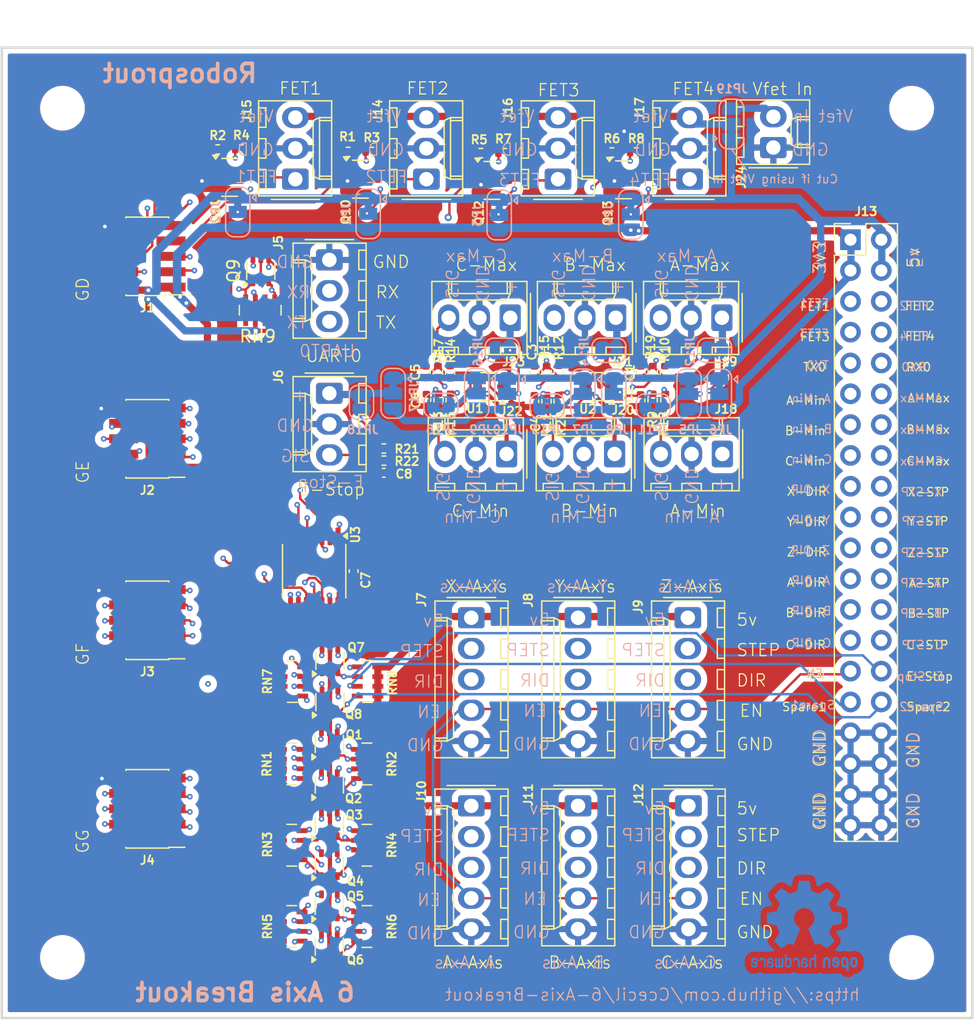
<source format=kicad_pcb>
(kicad_pcb (version 20240108) (generator "pcbnew") (generator_version "8.0")
  (layers (0 "F.Cu" signal) (1 "In1.Cu" signal) (2 "In2.Cu" signal) (31 "B.Cu" signal) (34 "B.Paste" user) (35 "F.Paste" user) (36 "B.SilkS" user "B.Silkscreen") (37 "F.SilkS" user "F.Silkscreen") (38 "B.Mask" user) (39 "F.Mask" user) (44 "Edge.Cuts" user))
  (net 0 "")
  (net 1 "A_MIN_IN")
  (net 2 "GND")
  (net 3 "A_MAX_IN")
  (net 4 "B_MIN_IN")
  (net 5 "B_MAX_IN")
  (net 6 "C_MIN_IN")
  (net 7 "C_MAX_IN")
  (net 8 "PWM1_2")
  (net 9 "+3V3")
  (net 10 "PWM1_3")
  (net 11 "PWM1_4")
  (net 12 "RX0")
  (net 13 "PWM1_1")
  (net 14 "TX0")
  (net 15 "E_STOP")
  (net 16 "+5V")
  (net 17 "Amin")
  (net 18 "Amax")
  (net 19 "Bmax")
  (net 20 "Cmax")
  (net 21 "Cmin")
  (net 22 "Bmin")
  (net 23 "Spare1")
  (net 24 "EN")
  (net 25 "Z_DIR")
  (net 26 "X_STP")
  (net 27 "Y_DIR")
  (net 28 "Y_STP")
  (net 29 "Z_STP")
  (net 30 "X_DIR")
  (net 31 "A_STP")
  (net 32 "C_STP")
  (net 33 "B_DIR")
  (net 34 "Spare2")
  (net 35 "A_DIR")
  (net 36 "B_STP")
  (net 37 "C_DIR")
  (net 38 "RX0_")
  (net 39 "TX0_")
  (net 40 "FET1_")
  (net 41 "X_STP_")
  (net 42 "Y_STP_")
  (net 43 "A_DIR_")
  (net 44 "FET3_")
  (net 45 "B_STP_")
  (net 46 "E_STOP_")
  (net 47 "Spare2_")
  (net 48 "X_DIR_")
  (net 49 "EN_")
  (net 50 "Spare1_")
  (net 51 "B_DIR_")
  (net 52 "Y_DIR_")
  (net 53 "C_STP_")
  (net 54 "Z_STP_")
  (net 55 "C_DIR_")
  (net 56 "Z_DIR_")
  (net 57 "A_STP_")
  (net 58 "FET2_")
  (net 59 "FET4_")
  (net 60 "VS")
  (net 61 "Net-(J18-Pin_1)")
  (net 62 "Net-(J24-Pin_2)")
  (net 63 "Net-(JP1-C)")
  (net 64 "Net-(JP2-C)")
  (net 65 "Net-(JP3-C)")
  (net 66 "Net-(JP4-C)")
  (net 67 "Net-(JP11-B)")
  (net 68 "Net-(JP12-B)")
  (net 69 "Net-(JP13-B)")
  (net 70 "Net-(JP14-B)")
  (net 71 "Net-(JP15-B)")
  (net 72 "Net-(JP16-B)")
  (net 73 "Net-(R15-Pad1)")
  (net 74 "Net-(R16-Pad1)")
  (net 75 "Net-(R17-Pad1)")
  (net 76 "Net-(R18-Pad1)")
  (net 77 "Net-(R19-Pad1)")
  (net 78 "Net-(R20-Pad1)")
  (net 83 "Net-(J19-Pin_1)")
  (net 84 "Net-(J20-Pin_1)")
  (net 85 "Net-(J21-Pin_1)")
  (net 86 "Net-(J22-Pin_1)")
  (net 87 "Net-(J23-Pin_1)")
  (net 88 "Net-(J6-Pin_1)")
  (net 89 "Net-(JP18-B)")
  (net 90 "Net-(J6-Pin_3)")
  (footprint "Connector_Molex:Molex_KK-254_AE-6410-03A_1x03_P2.54mm_Vertical" (layer "F.Cu") (at 103 40 -90)
    (property "Reference" "J5")
    (property "Value" "Conn_01x03_Pin")
  )
  (footprint "Resistor_SMD:R_0402_1005Metric" (layer "F.Cu") (at 113 51.55 -90)
    (property "Reference" "R16")
    (property "Value" "1k")
  )
  (footprint "Connector_Molex:Molex_KK-254_AE-6410-03A_1x03_P2.54mm_Vertical" (layer "F.Cu") (at 135.36 44.77 180)
    (property "Reference" "J19")
    (property "Value" "Conn_01x03")
  )
  (footprint "Connector_PinHeader_1.27mm:PinHeader_2x05_P1.27mm_Vertical_SMD" (layer "F.Cu") (at 88 54.75 180)
    (property "Reference" "J2")
    (property "Value" "Conn_02x05_Odd_Even")
  )
  (footprint "Connector_Molex:Molex_KK-254_AE-6410-03A_1x03_P2.54mm_Vertical" (layer "F.Cu") (at 126.61 44.77 180)
    (property "Reference" "J21")
    (property "Value" "Conn_01x03")
  )
  (footprint "Connector_Molex:Molex_KK-254_AE-6410-03A_1x03_P2.54mm_Vertical" (layer "F.Cu") (at 103 51 -90)
    (property "Reference" "J6")
    (property "Value" "Conn_01x03_Pin")
  )
  (footprint "MountingHole:MountingHole_3.2mm_M3" (layer "F.Cu") (at 151 97.5)
    (property "Reference" "H4" (hide yes))
    (property "Value" "MountingHole")
  )
  (footprint "Resistor_SMD:R_0402_1005Metric" (layer "F.Cu") (at 120.91 49.26 90)
    (property "Reference" "R15")
    (property "Value" "1k")
  )
  (footprint "Connector_PinHeader_2.54mm:PinHeader_2x20_P2.54mm_Vertical" (layer "F.Cu") (at 145.96 38.34)
    (property "Reference" "J13")
    (property "Value" "Conn_02x20_Odd_Even")
  )
  (footprint "Resistor_SMD:R_0402_1005Metric" (layer "F.Cu") (at 107.5 56.55)
    (property "Reference" "R22")
    (property "Value" "1k")
  )
  (footprint "Connector_Molex:Molex_KK-254_AE-6410-02A_1x02_P2.54mm_Vertical" (layer "F.Cu") (at 139.6 30.74 90)
    (property "Reference" "J24")
    (property "Value" "Conn_01x02_Pin")
  )
  (footprint "Resistor_SMD:R_Array_Concave_4x0603" (layer "F.Cu") (at 99.9 88.25)
    (property "Reference" "RN3")
    (property "Value" "4.7k")
  )
  (footprint "Capacitor_SMD:C_0402_1005Metric" (layer "F.Cu") (at 119.9 51.65 -90)
    (property "Reference" "C3")
    (property "Value" "100n")
  )
  (footprint "MountingHole:MountingHole_3.2mm_M3" (layer "F.Cu") (at 81 27.5)
    (property "Reference" "H1" (hide yes))
    (property "Value" "MountingHole")
  )
  (footprint "Connector_Molex:Molex_KK-254_AE-6410-03A_1x03_P2.54mm_Vertical" (layer "F.Cu") (at 100.2 33.35 90)
    (property "Reference" "J15")
    (property "Value" "Conn_01x03_Pin")
  )
  (footprint "Resistor_SMD:R_0402_1005Metric" (layer "F.Cu") (at 93.8 30.9 180)
    (property "Reference" "R2")
    (property "Value" "10k")
  )
  (footprint "Resistor_SMD:R_0402_1005Metric" (layer "F.Cu") (at 121.9 51.65 -90)
    (property "Reference" "R20")
    (property "Value" "1k")
  )
  (footprint "Package_TO_SOT_SMD:SOT-363_SC-70-6" (layer "F.Cu") (at 103.05 73.05 90)
    (property "Reference" "Q7")
    (property "Value" "BSS138PS")
  )
  (footprint "Connector_Molex:Molex_KK-254_AE-6410-05A_1x05_P2.54mm_Vertical" (layer "F.Cu") (at 114.7 85 -90)
    (property "Reference" "J10")
    (property "Value" "Conn_01x05_Pin")
  )
  (footprint "Connector_Molex:Molex_KK-254_AE-6410-05A_1x05_P2.54mm_Vertical" (layer "F.Cu") (at 114.7 69.5 -90)
    (property "Reference" "J7")
    (property "Value" "Conn_01x05_Pin")
  )
  (footprint "Resistor_SMD:R_Array_Concave_4x0603" (layer "F.Cu") (at 97.3 44.15 -90)
    (property "Reference" "RN9")
    (property "Value" "4.7k")
  )
  (footprint "Connector_PinHeader_1.27mm:PinHeader_2x05_P1.27mm_Vertical_SMD" (layer "F.Cu") (at 88 69.71 180)
    (property "Reference" "J3")
    (property "Value" "Conn_02x05_Odd_Even")
  )
  (footprint "Resistor_SMD:R_0402_1005Metric" (layer "F.Cu") (at 112.95 49.26 -90)
    (property "Reference" "R14")
    (property "Value" "10k")
  )
  (footprint "Resistor_SMD:R_0402_1005Metric" (layer "F.Cu") (at 126.29 31.15 180)
    (property "Reference" "R6")
    (property "Value" "10k")
  )
  (footprint "MountingHole:MountingHole_3.2mm_M3" (layer "F.Cu") (at 151 27.5)
    (property "Reference" "H3" (hide yes))
    (property "Value" "MountingHole")
  )
  (footprint "Resistor_SMD:R_0402_1005Metric" (layer "F.Cu") (at 117.45 31.2)
    (property "Reference" "R7")
    (property "Value" "10k")
  )
  (footprint "Connector_Molex:Molex_KK-254_AE-6410-03A_1x03_P2.54mm_Vertical" (layer "F.Cu") (at 126.51 56 180)
    (property "Reference" "J20")
    (property "Value" "Conn_01x03")
  )
  (footprint "Resistor_SMD:R_0402_1005Metric" (layer "F.Cu") (at 120.9 51.65 -90)
    (property "Reference" "R11")
    (property "Value" "10k")
  )
  (footprint "Connector_PinHeader_1.27mm:PinHeader_2x05_P1.27mm_Vertical_SMD" (layer "F.Cu") (at 88 85.25 180)
    (property "Reference" "J4")
    (property "Value" "Conn_02x05_Odd_Even")
  )
  (footprint "Resistor_SMD:R_0402_1005Metric" (layer "F.Cu") (at 130.66 49.27 -90)
    (property "Reference" "R10")
    (property "Value" "10k")
  )
  (footprint "Connector_Molex:Molex_KK-254_AE-6410-05A_1x05_P2.54mm_Vertical" (layer "F.Cu") (at 132.55 69.5 -90)
    (property "Reference" "J9")
    (property "Value" "Conn_01x05_Pin")
  )
  (footprint "Resistor_SMD:R_Array_Concave_4x0603" (layer "F.Cu") (at 99.9 81.55)
    (property "Reference" "RN1")
    (property "Value" "4.7k")
  )
  (footprint "Resistor_SMD:R_Array_Concave_4x0603" (layer "F.Cu") (at 106.1 81.55)
    (property "Reference" "RN2")
    (property "Value" "4.7k")
  )
  (footprint "Package_TO_SOT_SMD:SOT-363_SC-70-6" (layer "F.Cu") (at 103 83.25 90)
    (property "Reference" "Q2")
    (property "Value" "BSS138PS")
  )
  (footprint "Resistor_SMD:R_0402_1005Metric" (layer "F.Cu") (at 130.7 51.55 -90)
    (property "Reference" "R18")
    (property "Value" "1k")
  )
  (footprint "Package_TO_SOT_SMD:SOT-23" (layer "F.Cu") (at 116.4 33.45)
    (property "Reference" "Q12")
    (property "Value" "2N7002")
  )
  (footprint "Connector_Molex:Molex_KK-254_AE-6410-03A_1x03_P2.54mm_Vertical" (layer "F.Cu") (at 117.91 44.77 180)
    (property "Reference" "J23")
    (property "Value" "Conn_01x03")
  )
  (footprint "Resistor_SMD:R_0402_1005Metric" (layer "F.Cu") (at 121.91 49.24 -90)
    (property "Reference" "R12")
    (property "Value" "10k")
  )
  (footprint "MountingHole:MountingHole_3.2mm_M3" (layer "F.Cu") (at 81 97.5)
    (property "Reference" "H2" (hide yes))
    (property "Value" "MountingHole")
  )
  (footprint "Package_TO_SOT_SMD:SOT-363_SC-70-6" (layer "F.Cu") (at 103 96.6 90)
    (property "Reference" "Q6")
    (property "Value" "BSS138PS")
  )
  (footprint "Connector_Molex:Molex_KK-254_AE-6410-03A_1x03_P2.54mm_Vertical" (layer "F.Cu") (at 111 33.35 90)
    (property "Reference" "J14")
    (property "Value" "Conn_01x03_Pin")
  )
  (footprint "Resistor_SMD:R_Array_Concave_4x0603" (layer "F.Cu") (at 106.1 88.25)
    (property "Reference" "RN4")
    (property "Value" "4.7k")
  )
  (footprint "Package_TO_SOT_SMD:SOT-23" (layer "F.Cu") (at 94.7875 33.2)
    (property "Reference" "Q11")
    (property "Value" "2N7002")
  )
  (footprint "Resistor_SMD:R_0402_1005Metric" (layer "F.Cu") (at 112 51.55 -90)
    (property "Reference" "R13")
    (property "Value" "10k")
  )
  (footprint "Package_TO_SOT_SMD:SOT-363_SC-70-6" (layer "F.Cu") (at 103 79.9 90)
    (property "Reference" "Q1")
    (property "Value" "BSS138PS")
  )
  (footprint "Package_TO_SOT_SMD:SOT-23" (layer "F.Cu") (at 105.5625 33.35)
    (property "Reference" "Q10")
    (property "Value" "2N7002")
  )
  (footprint "Capacitor_SMD:C_0402_1005Metric" (layer "F.Cu") (at 107.49 57.55 180)
    (property "Reference" "C8")
    (property "Value" "100n")
  )
  (footprint "Capacitor_SMD:C_0402_1005Metric" (layer "F.Cu") (at 111 51.55 -90)
    (property "Reference" "C5")
    (property "Value" "100n")
  )
  (footprint "Resistor_SMD:R_0402_1005Metric" (layer "F.Cu") (at 104.55 31.1 180)
    (property "Reference" "R1")
    (property "Value" "10k")
  )
  (footprint "Connector_Molex:Molex_KK-254_AE-6410-03A_1x03_P2.54mm_Vertical" (layer "F.Cu") (at 132.7 33.35 90)
    (property "Reference" "J17")
    (property "Value" "Conn_01x03_Pin")
  )
  (footprint "Resistor_SMD:R_0402_1005Metric" (layer "F.Cu") (at 107.5 55.55)
    (property "Reference" "R21")
    (property "Value" "10k")
  )
  (footprint "Capacitor_SMD:C_0402_1005Metric" (layer "F.Cu") (at 110.95 49.25 90)
    (property "Reference" "C6")
    (property "Value" "100n")
  )
  (footprint "Capacitor_SMD:C_0402_1005Metric" (layer "F.Cu") (at 128.66 49.25 90)
    (property "Reference" "C2")
    (property "Value" "100n")
  )
  (footprint "Resistor_SMD:R_0402_1005Metric" (layer "F.Cu") (at 129.65 51.55 -90)
    (property "Reference" "R9")
    (property "Value" "10k")
  )
  (footprint "Package_TO_SOT_SMD:SOT-363_SC-70-6" (layer "F.Cu") (at 125.2 50.45 180)
    (property "Reference" "U2")
    (property "Value" "TPD4E1U06DCKR")
  )
  (footprint "Resistor_SMD:R_0402_1005Metric" (layer "F.Cu") (at 115.49 31.2 180)
    (property "Reference" "R5")
    (property "Value" "10k")
  )
  (footprint "Capacitor_SMD:C_0402_1005Metric" (layer "F.Cu") (at 119.91 49.25 90)
    (property "Reference" "C4")
    (property "Value" "100n")
  )
  (footprint "Capacitor_SMD:C_0402_1005Metric" (layer "F.Cu") (at 128.65 51.58 -90)
    (property "Reference" "C1")
    (property "Value" "100n")
  )
  (footprint "Connector_Molex:Molex_KK-254_AE-6410-03A_1x03_P2.54mm_Vertical" (layer "F.Cu") (at 135.4 56 180)
    (property "Reference" "J18")
    (property "Value" "Conn_01x03")
  )
  (footprint "Connector_Molex:Molex_KK-254_AE-6410-03A_1x03_P2.54mm_Vertical" (layer "F.Cu") (at 121.85 33.35 90)
    (property "Reference" "J16")
    (property "Value" "Conn_01x03_Pin")
  )
  (footprint "Connector_Molex:Molex_KK-254_AE-6410-03A_1x03_P2.54mm_Vertical" (layer "F.Cu") (at 117.61 56 180)
    (property "Reference" "J22")
    (property "Value" "Conn_01x03")
  )
  (footprint "Resistor_SMD:R_0402_1005Metric" (layer "F.Cu") (at 129.66 49.26 90)
    (property "Reference" "R19")
    (property "Value" "1k")
  )
  (footprint "Package_TO_SOT_SMD:SOT-363_SC-70-6" (layer "F.Cu") (at 103.05 76.45 90)
    (property "Reference" "Q8")
    (property "Value" "BSS138PS")
  )
  (footprint "Resistor_SMD:R_Array_Concave_4x0603" (layer "F.Cu") (at 106.1 94.95)
    (property "Reference" "RN6")
    (property "Value" "4.7k")
  )
  (footprint "Connector_Molex:Molex_KK-254_AE-6410-05A_1x05_P2.54mm_Vertical" (layer "F.Cu") (at 132.6 85 -90)
    (property "Reference" "J12")
    (property "Value" "Conn_01x05_Pin")
  )
  (footprint "Resistor_SMD:R_0402_1005Metric" (layer "F.Cu") (at 111.95 49.26 90)
    (property "Reference" "R17")
    (property "Value" "1k")
  )
  (footprint "Resistor_SMD:R_0402_1005Metric" (layer "F.Cu") (at 106.5 31.1)
    (property "Reference" "R3")
    (property "Value" "10k")
  )
  (footprint "Resistor_SMD:R_Array_Concave_4x0603" (layer "F.Cu") (at 99.9 94.95)
    (property "Reference" "RN5")
    (property "Value" "4.7k")
  )
  (footprint "Resistor_SMD:R_0402_1005Metric" (layer "F.Cu") (at 95.75 30.9)
    (property "Reference" "R4")
    (property "Value" "10k")
  )
  (footprint "Resistor_SMD:R_0402_1005Metric" (layer "F.Cu") (at 128.3 31.15)
    (property "Reference" "R8")
    (property "Value" "10k")
  )
  (footprint "Capacitor_SMD:C_0402_1005Metric" (layer "F.Cu") (at 105 65.65 90)
    (property "Reference" "C7")
    (property "Value" "1u")
  )
  (footprint "Connector_PinHeader_1.27mm:PinHeader_2x05_P1.27mm_Vertical_SMD" (layer "F.Cu") (at 88 39.71 180)
    (property "Reference" "J1")
    (property "Value" "Conn_02x05_Odd_Even")
  )
  (footprint "Connector_Molex:Molex_KK-254_AE-6410-05A_1x05_P2.54mm_Vertical" (layer "F.Cu") (at 123.5 85 -90)
    (property "Reference" "J11")
    (property "Value" "Conn_01x05_Pin")
  )
  (footprint "Connector_Molex:Molex_KK-254_AE-6410-05A_1x05_P2.54mm_Vertical" (layer "F.Cu") (at 123.5 69.5 -90)
    (property "Reference" "J8")
    (property "Value" "Conn_01x05_Pin")
  )
  (footprint "Package_TO_SOT_SMD:SOT-363_SC-70-6" (layer "F.Cu") (at 103 93.25 90)
    (property "Reference" "Q5")
    (property "Value" "BSS138PS")
  )
  (footprint "Package_SO:TSSOP-14_4.4x5mm_P0.65mm" (layer "F.Cu") (at 101.75 65.6575 -90)
    (property "Reference" "U3")
    (property "Value" "74LCX07")
  )
  (footprint "Package_TO_SOT_SMD:SOT-23" (layer "F.Cu") (at 127.25 33.4)
    (property "Reference" "Q13")
    (property "Value" "2N7002")
  )
  (footprint "Package_TO_SOT_SMD:SOT-363_SC-70-6" (layer "F.Cu") (at 103 89.85 90)
    (property "Reference" "Q4")
    (property "Value" "BSS138PS")
  )
  (footprint "Package_TO_SOT_SMD:SOT-363_SC-70-6" (layer "F.Cu") (at 103 86.55 90)
    (property "Reference" "Q3")
    (property "Value" "BSS138PS")
  )
  (footprint "Package_TO_SOT_SMD:SOT-363_SC-70-6" (layer "F.Cu") (at 97.35 40.9 90)
    (property "Reference" "Q9")
    (property "Value" "BSS138PS")
  )
  (footprint "Resistor_SMD:R_Array_Concave_4x0603" (layer "F.Cu") (at 106.15 74.75)
    (property "Reference" "RN8")
    (property "Value" "4.7k")
  )
  (footprint "Package_TO_SOT_SMD:SOT-363_SC-70-6" (layer "F.Cu") (at 116.2 50.45 180)
    (property "Reference" "U1")
    (property "Value" "TPD4E1U06DCKR")
  )
  (footprint "Resistor_SMD:R_Array_Concave_4x0603" (layer "F.Cu") (at 99.95 74.75)
    (property "Reference" "RN7")
    (property "Value" "4.7k")
  )
  (footprint "Jumper:SolderJumper-2_P1.3mm_Bridged2Bar_RoundedPad1.0x1.5mm" (layer "B.Cu") (at 112.2 52 180)
    (property "Reference" "JP15")
    (property "Value" "SolderJumper_2_Bridged")
  )
  (footprint "Jumper:SolderJumper-3_P1.3mm_Bridged12_RoundedPad1.0x1.5mm" (layer "B.Cu") (at 108.2575 51 -90)
    (property "Reference" "JP17")
    (property "Value" "SolderJumper_3_Bridged12")
  )
  (footprint "Jumper:SolderJumper-2_P1.3mm_Bridged2Bar_RoundedPad1.0x1.5mm" (layer "B.Cu") (at 126.05 47.45 180)
    (property "Reference" "JP14")
    (property "Value" "SolderJumper_2_Bridged")
  )
  (footprint "Jumper:SolderJumper-3_P1.3mm_Bridged12_RoundedPad1.0x1.5mm" (layer "B.Cu") (at 106.2 36.2 -90)
    (property "Reference" "JP1")
    (property "Value" "SolderJumper_3_Bridged12")
  )
  (footprint "Jumper:SolderJumper-2_P1.3mm_Bridged2Bar_RoundedPad1.0x1.5mm" (layer "B.Cu") (at 134.75 47.45 180)
    (property "Reference" "JP12")
    (property "Value" "SolderJumper_2_Bridged")
  )
  (footprint "Jumper:SolderJumper-2_P1.3mm_Bridged2Bar_RoundedPad1.0x1.5mm" (layer "B.Cu") (at 117.25 47.45 180)
    (property "Reference" "JP16")
    (property "Value" "SolderJumper_2_Bridged")
  )
  (footprint "Jumper:SolderJumper-3_P1.3mm_Bridged12_RoundedPad1.0x1.5mm" (layer "B.Cu") (at 95.45 36.05 -90)
    (property "Reference" "JP2")
    (property "Value" "SolderJumper_3_Bridged12")
  )
  (footprint "Jumper:SolderJumper-3_P1.3mm_Bridged12_RoundedPad1.0x1.5mm" (layer "B.Cu") (at 117.65 51.05 -90)
    (property "Reference" "JP10")
    (property "Value" "SolderJumper_3_Bridged12")
  )
  (footprint "Jumper:SolderJumper-3_P1.3mm_Bridged12_RoundedPad1.0x1.5mm" (layer "B.Cu") (at 136.1425 28.8 90)
    (property "Reference" "JP19")
    (property "Value" "SolderJumper_3_Bridged12")
  )
  (footprint "Jumper:SolderJumper-3_P1.3mm_Bridged12_RoundedPad1.0x1.5mm" (layer "B.Cu") (at 132.65 51.05 -90)
    (property "Reference" "JP5")
    (property "Value" "SolderJumper_3_Bridged12")
  )
  (footprint "Jumper:SolderJumper-2_P1.3mm_Bridged2Bar_RoundedPad1.0x1.5mm" (layer "B.Cu") (at 120.95 52.05 180)
    (property "Reference" "JP13")
    (property "Value" "SolderJumper_2_Bridged")
  )
  (footprint "Jumper:SolderJumper-3_P1.3mm_Bridged12_RoundedPad1.0x1.5mm" (layer "B.Cu") (at 123.9 51.05 -90)
    (property "Reference" "JP7")
    (property "Value" "SolderJumper_3_Bridged12")
  )
  (footprint "Jumper:SolderJumper-2_P1.3mm_Bridged2Bar_RoundedPad1.0x1.5mm" (layer "B.Cu") (at 129.7 52.05 180)
    (property "Reference" "JP11")
    (property "Value" "SolderJumper_2_Bridged")
  )
  (footprint "Jumper:SolderJumper-3_P1.3mm_Bridged12_RoundedPad1.0x1.5mm" (layer "B.Cu") (at 117 36.3 -90)
    (property "Reference" "JP3")
    (property "Value" "SolderJumper_3_Bridged12")
  )
  (footprint "Jumper:SolderJumper-3_P1.3mm_Bridged12_RoundedPad1.0x1.5mm" (layer "B.Cu") (at 126.45 51.05 -90)
    (property "Reference" "JP8")
    (property "Value" "SolderJumper_3_Bridged12")
  )
  (footprint "Jumper:SolderJumper-3_P1.3mm_Bridged12_RoundedPad1.0x1.5mm" (layer "B.Cu") (at 127.85 36.25 -90)
    (property "Reference" "JP4")
    (property "Value" "SolderJumper_3_Bridged12")
  )
  (footprint "Jumper:SolderJumper-3_P1.3mm_Bridged12_RoundedPad1.0x1.5mm" (layer "B.Cu") (at 115.15 51 -90)
    (property "Reference" "JP9")
    (property "Value" "SolderJumper_3_Bridged12")
  )
  (footprint "Jumper:SolderJumper-2_P1.3mm_Bridged2Bar_RoundedPad1.0x1.5mm" (layer "B.Cu") (at 105.65 51.75 -90)
    (property "Reference" "JP18")
    (property "Value" "SolderJumper_2_Bridged")
  )
  (footprint "Jumper:SolderJumper-3_P1.3mm_Bridged12_RoundedPad1.0x1.5mm" (layer "B.Cu") (at 135.15 51.05 -90)
    (property "Reference" "JP6")
    (property "Value" "SolderJumper_3_Bridged12")
  )
  (footprint "Symbol:OSHW-Logo2_9.8x8mm_Copper" (layer "B.Cu") (at 142.15 94.9 180)
    (property "Reference" "REF**" (hide yes))
    (property "Value" "OSHW-Logo2_9.8x8mm_Copper" (hide yes))
  )
  (gr_line (start 136.1425 30.85) (end 137.4 32.6) (stroke (width 0.1)) (layer "B.SilkS"))
  (gr_rect (start 76 22.5) (end 156 102.5) (stroke (width 0.2)) (fill none) (layer "Edge.Cuts"))
  (gr_text "STEP" (at 112.5 88.09 -0) (layer "B.SilkS") (effects (font (size 1 1) (thickness 0.1)) (justify left bottom mirror)))
  (gr_text "GND" (at 112.5 96.09 -0) (layer "B.SilkS") (effects (font (size 1 1) (thickness 0.1)) (justify left bottom mirror)))
  (gr_text "X-DIR" (at 144.35 59.35 -0) (layer "B.SilkS") (effects (font (size 0.7 0.7) (thickness 0.1)) (justify left bottom mirror)))
  (gr_text "DIR" (at 121.25 75.25 -0) (layer "B.SilkS") (effects (font (size 1 1) (thickness 0.1)) (justify left bottom mirror)))
  (gr_text "Vfet" (at 109 28.75 0) (layer "B.SilkS") (effects (font (size 1 1) (thickness 0.1)) (justify left bottom mirror)))
  (gr_text "EN" (at 112.25 93.34 -0) (layer "B.SilkS") (effects (font (size 1 1) (thickness 0.1)) (justify left bottom mirror)))
  (gr_text "Spare1" (at 144.75 77.1 -0) (layer "B.SilkS") (effects (font (size 0.7 0.7) (thickness 0.1)) (justify left bottom mirror)))
  (gr_text "TX" (at 101.25 45.75 0) (layer "B.SilkS") (effects (font (size 1 1) (thickness 0.1)) (justify left bottom mirror)))
  (gr_text "Vfet" (at 120 28.75 0) (layer "B.SilkS") (effects (font (size 1 1) (thickness 0.1)) (justify left bottom mirror)))
  (gr_text "B-Max" (at 153.693332 54.4 -0) (layer "B.SilkS") (effects (font (size 0.7 0.7) (thickness 0.1)) (justify left bottom mirror)))
  (gr_text "DIR" (at 130.75 75.25 -0) (layer "B.SilkS") (effects (font (size 1 1) (thickness 0.1)) (justify left bottom mirror)))
  (gr_text "C-Min" (at 144.5 56.85 -0) (layer "B.SilkS") (effects (font (size 0.7 0.7) (thickness 0.1)) (justify left bottom mirror)))
  (gr_text "DIR" (at 130.75 90.75 -0) (layer "B.SilkS") (effects (font (size 1 1) (thickness 0.1)) (justify left bottom mirror)))
  (gr_text "C-Max" (at 117.75 40.25 -0) (layer "B.SilkS") (effects (font (size 1 1) (thickness 0.1)) (justify left bottom mirror)))
  (gr_text "C-Max" (at 153.693332 57 -0) (layer "B.SilkS") (effects (font (size 0.7 0.7) (thickness 0.1)) (justify left bottom mirror)))
  (gr_text "STEP" (at 121.25 72.75 -0) (layer "B.SilkS") (effects (font (size 1 1) (thickness 0.1)) (justify left bottom mirror)))
  (gr_text "+" (at 101.25 51.75 0) (layer "B.SilkS") (effects (font (size 1 1) (thickness 0.1)) (justify left bottom mirror)))
  (gr_text "Vfet" (at 131 28.75 0) (layer "B.SilkS") (effects (font (size 1 1) (thickness 0.1)) (justify left bottom mirror)))
  (gr_text "A-Min" (at 135.25 61.75 -0) (layer "B.SilkS") (effects (font (size 1 1) (thickness 0.1)) (justify left bottom mirror)))
  (gr_text "RX" (at 101.5 43.25 0) (layer "B.SilkS") (effects (font (size 1 1) (thickness 0.1)) (justify left bottom mirror)))
  (gr_text "DIR" (at 112.5 90.84 -0) (layer "B.SilkS") (effects (font (size 1 1) (thickness 0.1)) (justify left bottom mirror)))
  (gr_text "GND" (at 132.25 60.25 -90) (layer "B.SilkS") (effects (font (size 1 1) (thickness 0.1)) (justify left bottom mirror)))
  (gr_text "SIG" (at 129.75 43.25 -90) (layer "B.SilkS") (effects (font (size 1 1) (thickness 0.1)) (justify left bottom mirror)))
  (gr_text "+" (at 127.5 42.75 0) (layer "B.SilkS") (effects (font (size 1 1) (thickness 0.1)) (justify left bottom mirror)))
  (gr_text "X-Axis" (at 117.25 67.5 -0) (layer "B.SilkS") (effects (font (size 1 1) (thickness 0.1)) (justify left bottom mirror)))
  (gr_text "GND" (at 132.25 43.5 -90) (layer "B.SilkS") (effects (font (size 1 1) (thickness 0.1)) (justify left bottom mirror)))
  (gr_text "GND" (at 142.75 81.75 -90) (layer "B.SilkS") (effects (font (size 1 1) (thickness 0.1)) (justify left bottom mirror)))
  (gr_text "B-Axis" (at 125.75 98.5 -0) (layer "B.SilkS") (effects (font (size 1 1) (thickness 0.1)) (justify left bottom mirror)))
  (gr_text "Y-Axis" (at 126 67.5 -0) (layer "B.SilkS") (effects (font (size 1 1) (thickness 0.1)) (justify left bottom mirror)))
  (gr_text "Z-STP" (at 153.593332 64.55 -0) (layer "B.SilkS") (effects (font (size 0.7 0.7) (thickness 0.1)) (justify left bottom mirror)))
  (gr_text "SIG" (at 121.25 43.25 -90) (layer "B.SilkS") (effects (font (size 1 1) (thickness 0.1)) (justify left bottom mirror)))
  (gr_text "C-Min" (at 117.25 61.75 -0) (layer "B.SilkS") (effects (font (size 1 1) (thickness 0.1)) (justify left bottom mirror)))
  (gr_text "EN" (at 121 93.25 -0) (layer "B.SilkS") (effects (font (size 1 1) (thickness 0.1)) (justify left bottom mirror)))
  (gr_text "Spare2" (at 153.693332 77.25 -0) (layer "B.SilkS") (effects (font (size 0.7 0.7) (thickness 0.1)) (justify left bottom mirror)))
  (gr_text "FET2" (at 109.5 33.75 0) (layer "B.SilkS") (effects (font (size 1 1) (thickness 0.1)) (justify left bottom mirror)))
  (gr_text "3v3" (at 142.75 41.1 -90) (layer "B.SilkS") (effects (font (size 1 1) (thickness 0.1)) (justify left bottom mirror)))
  (gr_text "GND" (at 101.75 54.25 0) (layer "B.SilkS") (effects (font (size 1 1) (thickness 0.1)) (justify left bottom mirror)))
  (gr_text "C-Axis" (at 135 98.5 -0) (layer "B.SilkS") (effects (font (size 1 1) (thickness 0.1)) (justify left bottom mirror)))
  (gr_text "FET1" (at 98.75 33.75 0) (layer "B.SilkS") (effects (font (size 1 1) (thickness 0.1)) (justify left bottom mirror)))
  (gr_text "STEP" (at 121.25 88 -0) (layer "B.SilkS") (effects (font (size 1 1) (thickness 0.1)) (justify left bottom mirror)))
  (gr_text "6 Axis Breakout" (at 105.25 101.25 0) (layer "B.SilkS") (effects (font (size 1.5 1.5) (thickness 0.3) (bold yes)) (justify left bottom mirror)))
  (gr_text "SIG" (at 129.75 60 -90) (layer "B.SilkS") (effects (font (size 1 1) (thickness 0.1)) (justify left bottom mirror)))
  (gr_text "B-Max" (at 126.5 40.25 -0) (layer "B.SilkS") (effects (font (size 1 1) (thickness 0.1)) (justify left bottom mirror)))
  (gr_text "Cut if using Vfet In" (at 145 33.75 0) (layer "B.SilkS") (effects (font (size 0.7 0.7) (thickness 0.1)) (justify left bottom mirror)))
  (gr_text "Vfet" (at 98.5 28.75 0) (layer "B.SilkS") (effects (font (size 1 1) (thickness 0.1)) (justify left bottom mirror)))
  (gr_text "A-Axis" (at 116.75 98.5 -0) (layer "B.SilkS") (effects (font (size 1 1) (thickness 0.1)) (justify left bottom mirror)))
  (gr_text "GND" (at 101.75 40.75 0) (layer "B.SilkS") (effects (font (size 1 1) (thickness 0.1)) (justify left bottom mirror)))
  (gr_text "DIR" (at 121.25 90.75 -0) (layer "B.SilkS") (effects (font (size 1 1) (thickness 0.1)) (justify left bottom mirror)))
  (gr_text "Y-STP" (at 153.593332 61.95 -0) (layer "B.SilkS") (effects (font (size 0.7 0.7) (thickness 0.1)) (justify left bottom mirror)))
  (gr_text "GND" (at 144.25 31.5 0) (layer "B.SilkS") (effects (font (size 1 1) (thickness 0.1)) (justify left bottom mirror)))
  (gr_text "5v" (at 150.75 40.75 -90) (layer "B.SilkS") (effects (font (size 1 1) (thickness 0.1)) (justify left bottom mirror)))
  (gr_text "5v" (at 130.75 70.25 -0) (layer "B.SilkS") (effects (font (size 1 1) (thickness 0.1)) (justify left bottom mirror)))
  (gr_text "5v" (at 121.25 70.25 -0) (layer "B.SilkS") (effects (font (size 1 1) (thickness 0.1)) (justify left bottom mirror)))
  (gr_text "FET3" (at 120.5 34 0) (layer "B.SilkS") (effects (font (size 1 1) (thickness 0.1)) (justify left bottom mirror)))
  (gr_text "GND" (at 115 43.5 -90) (layer "B.SilkS") (effects (font (size 1 1) (thickness 0.1)) (justify left bottom mirror)))
  (gr_text "A-Max" (at 135 40.25 -0) (layer "B.SilkS") (effects (font (size 1 1) (thickness 0.1)) (justify left bottom mirror)))
  (gr_text "FET4" (at 131.25 34 0) (layer "B.SilkS") (effects (font (size 1 1) (thickness 0.1)) (justify left bottom mirror)))
  (gr_text "GND" (at 120.25 31.5 0) (layer "B.SilkS") (effects (font (size 1 1) (thickness 0.1)) (justify left bottom mirror)))
  (gr_text "FET3" (at 144.25 46.5 -0) (layer "B.SilkS") (effects (font (size 0.7 0.7) (thickness 0.1)) (justify left bottom mirror)))
  (gr_text "EN" (at 130.5 93.25 -0) (layer "B.SilkS") (effects (font (size 1 1) (thickness 0.1)) (justify left bottom mirror)))
  (gr_text "RX0" (at 152.25 49.25 -0) (layer "B.SilkS") (effects (font (size 0.7 0.7) (thickness 0.1)) (justify left bottom mirror)))
  (gr_text "Z-Axis" (at 135.25 67.5 -0) (layer "B.SilkS") (effects (font (size 1 1) (thickness 0.1)) (justify left bottom mirror)))
  (gr_text "SIG" (at 101.5 56.75 0) (layer "B.SilkS") (effects (font (size 1 1) (thickness 0.1)) (justify left bottom mirror)))
  (gr_text "TX0" (at 144.25 49.1 -0) (layer "B.SilkS") (effects (font (size 0.7 0.7) (thickness 0.1)) (justify left bottom mirror)))
  (gr_text "GND" (at 109.25 31.5 0) (layer "B.SilkS") (effects (font (size 1 1) (thickness 0.1)) (justify left bottom mirror)))
  (gr_text "B-Min" (at 144.5 54.35 -0) (layer "B.SilkS") (effects (font (size 0.7 0.7) (thickness 0.1)) (justify left bottom mirror)))
  (gr_text "5v" (at 112.5 85.89 -0) (layer "B.SilkS") (effects (font (size 1 1) (thickness 0.1)) (justify left bottom mirror)))
  (gr_text "B-DIR" (at 144.45 69.35 -0) (layer "B.SilkS") (effects (font (size 0.7 0.7) (thickness 0.1)) (justify left bottom mirror)))
  (gr_text "STEP" (at 112.5 72.84 -0) (layer "B.SilkS") (effects (font (size 1 1) (thickness 0.1)) (justify left bottom mirror)))
  (gr_text "DIR" (at 112.5 75.34 -0) (layer "B.SilkS") (effects (font (size 1 1) (thickness 0.1)) (justify left bottom mirror)))
  (gr_text "E-Stop" (at 153.693332 74.75 -0) (layer "B.SilkS") (effects (font (size 0.7 0.7) (thickness 0.1)) (justify left bottom mirror)))
  (gr_text "+" (at 118 59 0) (layer "B.SilkS") (effects (font (size 1 1) (thickness 0.1)) (justify left bottom mirror)))
  (gr_text "FET1" (at 144.25 44 -0) (layer "B.SilkS") (effects (font (size 0.7 0.7) (thickness 0.1)) (justify left bottom mirror)))
  (gr_text "+" (at 127 59 0) (layer "B.SilkS") (effects (font (size 1 1) (thickness 0.1)) (justify left bottom mirror)))
  (gr_text "Y-DIR" (at 144.35 61.85 -0) (layer "B.SilkS") (effects (font (size 0.7 0.7) (thickness 0.1)) (justify left bottom mirror)))
  (gr_text "A-DIR" (at 144.35 66.85 -0) (layer "B.SilkS") (effects (font (size 0.7 0.7) (thickness 0.1)) (justify left bottom mirror)))
  (gr_text "GND" (at 130.75 80.5 -0) (layer "B.SilkS") (effects (font (size 1 1) (thickness 0.1)) (justify left bottom mirror)))
  (gr_text "B-STP" (at 153.593332 69.55 -0) (layer "B.SilkS") (effects (font (size 0.7 0.7) (thickness 0.1)) (justify left bottom mirror)))
  (gr_text "+" (at 118.75 42.75 0) (layer "B.SilkS") (effects (font (size 1 1) (thickness 0.1)) (justify left bottom mirror)))
  (gr_text "GND" (at 121.25 80.5 -0) (layer "B.SilkS") (effects (font (size 1 1) (thickness 0.1)) (justify left bottom mirror)))
  (gr_text "EN" (at 112.25 77.84 -0) (layer "B.SilkS") (effects (font (size 1 1) (thickness 0.1)) (justify left bottom mirror)))
  (gr_text "A-Min" (at 144.4 51.85 -0) (layer "B.SilkS") (effects (font (size 0.7 0.7) (thickness 0.1)) (justify left bottom mirror)))
  (gr_text "C-DIR" (at 144.45 72 -0) (layer "B.SilkS") (effects (font (size 0.7 0.7) (thickness 0.1)) (justify left bottom mirror)))
  (gr_text "GND" (at 121.25 96 -0) (layer "B.SilkS") (effects (font (size 1 1) (thickness 0.1)) (justify left bottom mirror)))
  (gr_text "A-STP" (at 153.493332 67.05 -0) (layer "B.SilkS") (effects (font (size 0.7 0.7) (thickness 0.1)) (justify left bottom mirror)))
  (gr_text "EN" (at 130.5 77.75 -0) (layer "B.SilkS") (effects (font (size 1 1) (thickness 0.1)) (justify left bottom mirror)))
  (gr_text "B-Min" (at 126 61.75 -0) (layer "B.SilkS") (effects (font (size 1 1) (thickness 0.1)) (justify left bottom mirror)))
  (gr_text "GND" (at 112.5 80.59 -0) (layer "B.SilkS") (effects (font (size 1 1) (thickness 0.1)) (justify left bottom mirror)))
  (gr_text "SIG" (at 120.75 60 -90) (layer "B.SilkS") (effects (font (size 1 1) (thickness 0.1)) (justify left bottom mirror)))
  (gr_text "https://github.com/Ccecil/6-Axis-Breakout" (at 146.8 101.15 0) (layer "B.SilkS") (effects (font (size 1 1) (thickness 0.1)) (justify left bottom mirror)))
  (gr_text "E-Stop" (at 105.9 58.9 -0) (layer "B.SilkS") (effects (font (size 1 1) (thickness 0.1)) (justify left bottom mirror)))
  (gr_text "SIG" (at 111.75 60 -90) (layer "B.SilkS") (effects (font (size 1 1) (thickness 0.1)) (justify left bottom mirror)))
  (gr_text "EN" (at 143.75 74.5 -0) (layer "B.SilkS") (effects (font (size 0.7 0.7) (thickness 0.1)) (justify left bottom mirror)))
  (gr_text "C-STP" (at 153.693332 72.15 -0) (layer "B.SilkS") (effects (font (size 0.7 0.7) (thickness 0.1)) (justify left bottom mirror)))
  (gr_text "A-Max" (at 153.593332 51.8 -0) (layer "B.SilkS") (effects (font (size 0.7 0.7) (thickness 0.1)) (justify left bottom mirror)))
  (gr_text "X-STP" (at 153.593332 59.55 -0) (layer "B.SilkS") (effects (font (size 0.7 0.7) (thickness 0.1)) (justify left bottom mirror)))
  (gr_text "GND" (at 114.25 60.25 -90) (layer "B.SilkS") (effects (font (size 1 1) (thickness 0.1)) (justify left bottom mirror)))
  (gr_text "GND" (at 123.75 43.5 -90) (layer "B.SilkS") (effects (font (size 1 1) (thickness 0.1)) (justify left bottom mirror)))
  (gr_text "5v" (at 121.25 85.8 -0) (layer "B.SilkS") (effects (font (size 1 1) (thickness 0.1)) (justify left bottom mirror)))
  (gr_text "EN" (at 121 77.75 -0) (layer "B.SilkS") (effects (font (size 1 1) (thickness 0.1)) (justify left bottom mirror)))
  (gr_text "5v" (at 112.5 70.34 -0) (layer "B.SilkS") (effects (font (size 1 1) (thickness 0.1)) (justify left bottom mirror)))
  (gr_text "FET4" (at 152.5 46.7 -0) (layer "B.SilkS") (effects (font (size 0.7 0.7) (thickness 0.1)) (justify left bottom mirror)))
  (gr_text "GND" (at 123.25 60.25 -90) (layer "B.SilkS") (effects (font (size 1 1) (thickness 0.1)) (justify left bottom mirror)))
  (gr_text "STEP" (at 130.75 88 -0) (layer "B.SilkS") (effects (font (size 1 1) (thickness 0.1)) (justify left bottom mirror)))
  (gr_text "GND" (at 98.5 31.5 0) (layer "B.SilkS") (effects (font (size 1 1) (thickness 0.1)) (justify left bottom mirror)))
  (gr_text "SIG" (at 112.5 43.25 -90) (layer "B.SilkS") (effects (font (size 1 1) (thickness 0.1)) (justify left bottom mirror)))
  (gr_text "GND" (at 150.5 87 -90) (layer "B.SilkS") (effects (font (size 1 1) (thickness 0.1)) (justify left bottom mirror)))
  (gr_text "Vfet In" (at 146.25 28.75 0) (layer "B.SilkS") (effects (font (size 1 1) (thickness 0.1)) (justify left bottom mirror)))
  (gr_text "STEP" (at 130.75 72.75 -0) (layer "B.SilkS") (effects (font (size 1 1) (thickness 0.1)) (justify left bottom mirror)))
  (gr_text "UART0" (at 105.2 48.1 -0) (layer "B.SilkS") (effects (font (size 1 1) (thickness 0.1)) (justify left bottom mirror)))
  (gr_text "5v" (at 130.75 85.8 -0) (layer "B.SilkS") (effects (font (size 1 1) (thickness 0.1)) (justify left bottom mirror)))
  (gr_text "GND" (at 130.75 96 -0) (layer "B.SilkS") (effects (font (size 1 1) (thickness 0.1)) (justify left bottom mirror)))
  (gr_text "+" (at 136 42.75 0) (layer "B.SilkS") (effects (font (size 1 1) (thickness 0.1)) (justify left bottom mirror)))
  (gr_text "GND" (at 142.75 86.95 -90) (layer "B.SilkS") (effects (font (size 1 1) (thickness 0.1)) (justify left bottom mirror)))
  (gr_text "FET2" (at 152.5 44.2 -0) (layer "B.SilkS") (effects (font (size 0.7 0.7) (thickness 0.1)) (justify left bottom mirror)))
  (gr_text "GND" (at 131.25 31.5 0) (layer "B.SilkS") (effects (font (size 1 1) (thickness 0.1)) (justify left bottom mirror)))
  (gr_text "GND" (at 150.5 82 -90) (layer "B.SilkS") (effects (font (size 1 1) (thickness 0.1)) (justify left bottom mirror)))
  (gr_text "Z-DIR" (at 144.35 64.35 -0) (layer "B.SilkS") (effects (font (size 0.7 0.7) (thickness 0.1)) (justify left bottom mirror)))
  (gr_text "Robosprout" (at 97.2 25.5 0) (layer "B.SilkS") (effects (font (size 1.5 1.5) (thickness 0.3) (bold yes)) (justify left bottom mirror)))
  (gr_text "+" (at 136 59 0) (layer "B.SilkS") (effects (font (size 1 1) (thickness 0.1)) (justify left bottom mirror)))
  (gr_text "A-Axis" (at 112.25 98.5 0) (layer "F.SilkS") (effects (font (size 1 1) (thickness 0.1)) (justify left bottom)))
  (gr_text "RX0" (at 150.5 49.25 0) (layer "F.SilkS") (effects (font (size 0.7 0.7) (thickness 0.1)) (justify left bottom)))
  (gr_text "5v" (at 151.75 40.75 90) (layer "F.SilkS") (effects (font (size 1 1) (thickness 0.1)) (justify left bottom)))
  (gr_text "GG" (at 83.25 89 90) (layer "F.SilkS") (effects (font (size 1 1) (thickness 0.1)) (justify left bottom)))
  (gr_text "C-Min" (at 113 61.27 0) (layer "F.SilkS") (effects (font (size 1 1) (thickness 0.1)) (justify left bottom)))
  (gr_text "C-DIR" (at 140.55 72.15 0) (layer "F.SilkS") (effects (font (size 0.7 0.7) (thickness 0.1)) (justify left bottom)))
  (gr_text "B-Max" (at 122.29 41 0) (layer "F.SilkS") (effects (font (size 1 1) (thickness 0.1)) (justify left bottom)))
  (gr_text "STEP" (at 136.5 72.75 0) (layer "F.SilkS") (effects (font (size 1 1) (thickness 0.1)) (justify left bottom)))
  (gr_text "B-Min" (at 122 61.27 0) (layer "F.SilkS") (effects (font (size 1 1) (thickness 0.1)) (justify left bottom)))
  (gr_text "B-Axis" (at 121 98.5 0) (layer "F.SilkS") (effects (font (size 1 1) (thickness 0.1)) (justify left bottom)))
  (gr_text "FET4" (at 131.2 26.5 0) (layer "F.SilkS") (effects (font (size 1 1) (thickness 0.1)) (justify left bottom)))
  (gr_text "DIR" (at 136.5 75.25 0) (layer "F.SilkS") (effects (font (size 1 1) (thickness 0.1)) (justify left bottom)))
  (gr_text "STEP" (at 136.5 88 0) (layer "F.SilkS") (effects (font (size 1 1) (thickness 0.1)) (justify left bottom)))
  (gr_text "A-Max" (at 131 41 0) (layer "F.SilkS") (effects (font (size 1 1) (thickness 0.1)) (justify left bottom)))
  (gr_text "GND" (at 136.5 96 0) (layer "F.SilkS") (effects (font (size 1 1) (thickness 0.1)) (justify left bottom)))
  (gr_text "3v3" (at 144 41.25 90) (layer "F.SilkS") (effects (font (size 1 1) (thickness 0.1)) (justify left bottom)))
  (gr_text "FET2" (at 109.3 26.45 0) (layer "F.SilkS") (effects (font (size 1 1) (thickness 0.1)) (justify left bottom)))
  (gr_text "FET4" (at 150.4 46.7 0) (layer "F.SilkS") (effects (font (size 0.7 0.7) (thickness 0.1)) (justify left bottom)))
  (gr_text "GE" (at 83.25 58.5 90) (layer "F.SilkS") (effects (font (size 1 1) (thickness 0.1)) (justify left bottom)))
  (gr_text "DIR" (at 136.5 90.75 0) (layer "F.SilkS") (effects (font (size 1 1) (thickness 0.1)) (justify left bottom)))
  (gr_text "C-STP" (at 150.5 72.15 0) (layer "F.SilkS") (effects (font (size 0.7 0.7) (thickness 0.1)) (justify left bottom)))
  (gr_text "Z-Axis" (at 130.25 67.5 0) (layer "F.SilkS") (effects (font (size 1 1) (thickness 0.1)) (justify left bottom)))
  (gr_text "TX" (at 106.75 45.75 -0) (layer "F.SilkS") (effects (font (size 1 1) (thickness 0.1)) (justify left bottom)))
  (gr_text "Vfet In" (at 137.8 26.5 0) (layer "F.SilkS") (effects (font (size 1 1) (thickness 0.1)) (justify left bottom)))
  (gr_text "B-Max" (at 150.5 54.4 0) (layer "F.SilkS") (effects (font (size 0.7 0.7) (thickness 0.1)) (justify left bottom)))
  (gr_text "GF" (at 83.25 73.5 90) (layer "F.SilkS") (effects (font (size 1 1) (thickness 0.1)) (justify left bottom)))
  (gr_text "EN" (at 142.45 74.65 0) (layer "F.SilkS") (effects (font (size 0.7 0.7) (thickness 0.1)) (justify left bottom)))
  (gr_text "Spare2" (at 150.5 77.25 0) (layer "F.SilkS") (effects (font (size 0.7 0.7) (thickness 0.1)) (justify left bottom)))
  (gr_text "GND" (at 136.5 80.5 0) (layer "F.SilkS") (effects (font (size 1 1) (thickness 0.1)) (justify left bottom)))
  (gr_text "C-Min" (at 140.5 57 0) (layer "F.SilkS") (effects (font (size 0.7 0.7) (thickness 0.1)) (justify left bottom)))
  (gr_text "5v" (at 136.5 85.8 0) (layer "F.SilkS") (effects (font (size 1 1) (thickness 0.1)) (justify left bottom)))
  (gr_text "C-Max" (at 150.5 57 0) (layer "F.SilkS") (effects (font (size 0.7 0.7) (thickness 0.1)) (justify left bottom)))
  (gr_text "FET3" (at 141.75 46.75 0) (layer "F.SilkS") (effects (font (size 0.7 0.7) (thickness 0.1)) (justify left bottom)))
  (gr_text "FET2" (at 150.4 44.2 0) (layer "F.SilkS") (effects (font (size 0.7 0.7) (thickness 0.1)) (justify left bottom)))
  (gr_text "Y-STP" (at 150.6 61.95 0) (layer "F.SilkS") (effects (font (size 0.7 0.7) (thickness 0.1)) (justify left bottom)))
  (gr_text "FET1" (at 141.75 44.25 0) (layer "F.SilkS") (effects (font (size 0.7 0.7) (thickness 0.1)) (justify left bottom)))
  (gr_text "A-Min" (at 140.6 52 0) (layer "F.SilkS") (effects (font (size 0.7 0.7) (thickness 0.1)) (justify left bottom)))
  (gr_text "X-DIR" (at 140.65 59.5 0) (layer "F.SilkS") (effects (font (size 0.7 0.7) (thickness 0.1)) (justify left bottom)))
  (gr_text "TX0" (at 142 49.25 0) (layer "F.SilkS") (effects (font (size 0.7 0.7) (thickness 0.1)) (justify left bottom)))
  (gr_text "A-Max" (at 150.6 51.8 0) (layer "F.SilkS") (effects (font (size 0.7 0.7) (thickness 0.1)) (justify left bottom)))
  (gr_text "GND" (at 106.5 40.75 -0) (layer "F.SilkS") (effects (font (size 1 1) (thickness 0.1)) (justify left bottom)))
  (gr_text "Z-STP" (at 150.6 64.55 0) (layer "F.SilkS") (effects (font (size 0.7 0.7) (thickness 0.1)) (justify left bottom)))
  (gr_text "FET1" (at 98.8 26.45 0) (layer "F.SilkS") (effects (font (size 1 1) (thickness 0.1)) (justify left bottom)))
  (gr_text "GND" (at 151.7 87 90) (layer "F.SilkS") (effects (font (size 1 1) (thickness 0.1)) (justify left bottom)))
  (gr_text "A-STP" (at 150.7 67.05 0) (layer "F.SilkS") (effects (font (size 0.7 0.7) (thickness 0.1)) (justify left bottom)))
  (gr_text "GND" (at 144 81.9 90) (layer "F.SilkS") (effects (font (size 1 1) (thickness 0.1)) (justify left bottom)))
  (gr_text "X-STP" (at 150.6 59.55 0) (layer "F.SilkS") (effects (font (size 0.7 0.7) (thickness 0.1)) (justify left bottom)))
  (gr_text "5v" (at 136.5 70.25 0) (layer "F.SilkS") (effects (font (size 1 1) (thickness 0.1)) (justify left bottom)))
  (gr_text "B-Min" (at 140.5 54.5 0) (layer "F.SilkS") (effects (font (size 0.7 0.7) (thickness 0.1)) (justify left bottom)))
  (gr_text "Z-DIR" (at 140.65 64.5 0) (layer "F.SilkS") (effects (font (size 0.7 0.7) (thickness 0.1)) (justify left bottom)))
  (gr_text "A-Min" (at 131 61.27 0) (layer "F.SilkS") (effects (font (size 1 1) (thickness 0.1)) (justify left bottom)))
  (gr_text "A-DIR" (at 140.65 67 0) (layer "F.SilkS") (effects (font (size 0.7 0.7) (thickness 0.1)) (justify left bottom)))
  (gr_text "EN" (at 136.75 77.75 0) (layer "F.SilkS") (effects (font (size 1 1) (thickness 0.1)) (justify left bottom)))
  (gr_text "UART0" (at 101 48.5 0) (layer "F.SilkS") (effects (font (size 1 1) (thickness 0.1)) (justify left bottom)))
  (gr_text "Spare1" (at 140.25 77.25 0) (layer "F.SilkS") (effects (font (size 0.7 0.7) (thickness 0.1)) (justify left bottom)))
  (gr_text "FET3" (at 120.1 26.6 0) (layer "F.SilkS") (effects (font (size 1 1) (thickness 0.1)) (justify left bottom)))
  (gr_text "C-Axis" (at 130.25 98.5 0) (layer "F.SilkS") (effects (font (size 1 1) (thickness 0.1)) (justify left bottom)))
  (gr_text "X-Axis" (at 112.5 67.5 0) (layer "F.SilkS") (effects (font (size 1 1) (thickness 0.1)) (justify left bottom)))
  (gr_text "GD" (at 83.25 43.5 90) (layer "F.SilkS") (effects (font (size 1 1) (thickness 0.1)) (justify left bottom)))
  (gr_text "GND" (at 144 87.1 90) (layer "F.SilkS") (effects (font (size 1 1) (thickness 0.1)) (justify left bottom)))
  (gr_text "GND" (at 151.7 82 90) (layer "F.SilkS") (effects (font (size 1 1) (thickness 0.1)) (justify left bottom)))
  (gr_text "Y-DIR" (at 140.65 62 0) (layer "F.SilkS") (effects (font (size 0.7 0.7) (thickness 0.1)) (justify left bottom)))
  (gr_text "E-Stop" (at 100.4 59.5 0) (layer "F.SilkS") (effects (font (size 1 1) (thickness 0.1)) (justify left bottom)))
  (gr_text "B-STP" (at 150.6 69.55 0) (layer "F.SilkS") (effects (font (size 0.7 0.7) (thickness 0.1)) (justify left bottom)))
  (gr_text "E-Stop" (at 150.5 74.75 0) (layer "F.SilkS") (effects (font (size 0.7 0.7) (thickness 0.1)) (justify left bottom)))
  (gr_text "C-Max" (at 113.33 41 0) (layer "F.SilkS") (effects (font (size 1 1) (thickness 0.1)) (justify left bottom)))
  (gr_text "Y-Axis" (at 121.5 67.5 0) (layer "F.SilkS") (effects (font (size 1 1) (thickness 0.1)) (justify left bottom)))
  (gr_text "B-DIR" (at 140.55 69.5 0) (layer "F.SilkS") (effects (font (size 0.7 0.7) (thickness 0.1)) (justify left bottom)))
  (gr_text "EN" (at 136.75 93.25 0) (layer "F.SilkS") (effects (font (size 1 1) (thickness 0.1)) (justify left bottom)))
  (gr_text "RX" (at 106.75 43.25 -0) (layer "F.SilkS") (effects (font (size 1 1) (thickness 0.1)) (justify left bottom)))
  (segment (start 130.7 52.2) (end 130.32 52.58) (width 0.2) (layer "F.Cu") (net 1))
  (segment (start 129.486134 52.06) (end 129.65 52.06) (width 0.2) (layer "F.Cu") (net 1))
  (segment (start 127.518259 51.2) (end 127.215782 51.502477) (width 0.2) (layer "F.Cu") (net 1))
  (segment (start 128.65 51.223866) (end 128.823866 51.223866) (width 0.18) (layer "F.Cu") (net 1))
  (segment (start 129.486134 51.886134) (end 129.486134 52.06) (width 0.18) (layer "F.Cu") (net 1))
  (segment (start 129.65 52.06) (end 130.7 52.06) (width 0.2) (layer "F.Cu") (net 1))
  (segment (start 128.65 51.2) (end 128.65 51.223866) (width 0.2) (layer "F.Cu") (net 1))
  (segment (start 127.215782 51.502477) (end 126.552477 51.502477) (width 0.2) (layer "F.Cu") (net 1))
  (segment (start 130.7 52.06) (end 130.7 52.2) (width 0.2) (layer "F.Cu") (net 1))
  (segment (start 126.552477 51.502477) (end 126.15 51.1) (width 0.2) (layer "F.Cu") (net 1))
  (segment (start 130.32 52.58) (end 130.32 56) (width 0.2) (layer "F.Cu") (net 1))
  (segment (start 128.65 51.2) (end 127.518259 51.2) (width 0.2) (layer "F.Cu") (net 1))
  (segment (start 128.823866 51.223866) (end 129.486134 51.886134) (width 0.18) (layer "F.Cu") (net 1))
  (segment (start 99.8 63.8) (end 100 64) (width 0.2) (layer "F.Cu") (net 2))
  (segment (start 119.91 48.77) (end 119.47 48.77) (width 0.2) (layer "F.Cu") (net 2))
  (segment (start 119.47 48.77) (end 119.3 48.6) (width 0.2) (layer "F.Cu") (net 2))
  (segment (start 99.8 62.795) (end 99.8 61.8) (width 0.2) (layer "F.Cu") (net 2))
  (segment (start 125.825001 50.45) (end 123.875001 48.5) (width 0.2) (layer "F.Cu") (net 2))
  (segment (start 117.8 50.124999) (end 117.8 49) (width 0.2) (layer "F.Cu") (net 2))
  (segment (start 99.8 62.795) (end 99.8 63.8) (width 0.2) (layer "F.Cu") (net 2))
  (segment (start 123.875001 48.5) (end 123.8 48.5) (width 0.2) (layer "F.Cu") (net 2))
  (segment (start 86.16 83) (end 86.2 83.04) (width 0.2) (layer "F.Cu") (net 2))
  (segment (start 99.8 61.8) (end 99 61) (width 0.2) (layer "F.Cu") (net 2))
  (segment (start 117.15 50.45) (end 117.474999 50.45) (width 0.2) (layer "F.Cu") (net 2))
  (segment (start 119.3 48.6) (end 119.3 47.95) (width 0.2) (layer "F.Cu") (net 2))
  (segment (start 117.474999 50.45) (end 117.8 50.124999) (width 0.2) (layer "F.Cu") (net 2))
  (segment (start 126.15 50.45) (end 125.825001 50.45) (width 0.2) (layer "F.Cu") (net 2))
  (via (at 84.2 52.25) (size 0.65) (drill 0.3) (layers "F.Cu" "B.Cu") (net 2))
  (via (at 127.3 29.4) (size 0.65) (drill 0.3) (layers "F.Cu" "B.Cu") (net 2))
  (via (at 84 67.25) (size 0.65) (drill 0.3) (layers "F.Cu" "B.Cu") (net 2))
  (via (at 134.75 30.9) (size 0.65) (drill 0.3) (layers "F.Cu" "B.Cu") (net 2))
  (via (at 84.25 82.75) (size 0.65) (drill 0.3) (layers "F.Cu" "B.Cu") (net 2))
  (via (at 92.5 33.5) (size 0.65) (drill 0.3) (layers "F.Cu" "B.Cu") (net 2))
  (via (at 104.5 33.5) (size 0.65) (drill 0.3) (layers "F.Cu" "B.Cu") (net 2))
  (via (at 84.5 37.25) (size 0.65) (drill 0.3) (layers "F.Cu" "B.Cu") (net 2))
  (via (at 126.5 33.5) (size 0.65) (drill 0.3) (layers "F.Cu" "B.Cu") (net 2))
  (via (at 115.5 33.8) (size 0.65) (drill 0.3) (layers "F.Cu" "B.Cu") (net 2))
  (via (at 123.8 48.5) (size 0.65) (drill 0.3) (layers "F.Cu" "B.Cu") (net 2))
  (segment (start 126.15 49.8) (end 126.22 49.73) (width 0.2) (layer "F.Cu") (net 3))
  (segment (start 129.64 48.77) (end 129.66 48.75) (width 0.2) (layer "F.Cu") (net 3))
  (segment (start 129.935244 48.474756) (end 129.66 48.75) (width 0.2) (layer "F.Cu") (net 3))
  (segment (start 130.66 49.75) (end 129.66 48.75) (width 0.2) (layer "F.Cu") (net 3))
  (segment (start 129.935244 48.289831) (end 129.935244 48.474756) (width 0.2) (layer "F.Cu") (net 3))
  (segment (start 129.66 48.75) (end 129.64 48.75) (width 0.2) (layer "F.Cu") (net 3))
  (segment (start 130.66 49.78) (end 130.66 49.75) (width 0.2) (layer "F.Cu") (net 3))
  (segment (start 126.22 49.73) (end 128.66 49.73) (width 0.2) (layer "F.Cu") (net 3))
  (segment (start 129.64 48.75) (end 128.66 49.73) (width 0.2) (layer "F.Cu") (net 3))
  (via (at 129.935244 48.289831) (size 0.46) (drill 0.2) (layers "F.Cu" "B.Cu") (net 3))
  (segment (start 120.9 52.16) (end 120.9 52.6) (width 0.2) (layer "F.Cu") (net 4))
  (segment (start 119.9 51.17) (end 120.89 52.16) (width 0.2) (layer "F.Cu") (net 4))
  (segment (start 120.9 52.6) (end 121.43 53.13) (width 0.2) (layer "F.Cu") (net 4))
  (segment (start 123.19 52.16) (end 124.25 51.1) (width 0.2) (layer "F.Cu") (net 4))
  (segment (start 120.89 52.16) (end 121.9 52.16) (width 0.2) (layer "F.Cu") (net 4))
  (segment (start 121.9 52.16) (end 123.19 52.16) (width 0.2) (layer "F.Cu") (net 4))
  (segment (start 121.87 52.13) (end 121.9 52.16) (width 0.2) (layer "F.Cu") (net 4))
  (segment (start 121.43 53.13) (end 121.43 56.02) (width 0.2) (layer "F.Cu") (net 4))
  (segment (start 124.19 51.04) (end 124.25 51.1) (width 0.2) (layer "F.Cu") (net 4))
  (segment (start 121.91 49.75) (end 121.96 49.8) (width 0.2) (layer "F.Cu") (net 5))
  (segment (start 120.9 48.3) (end 120.9 48.74) (width 0.2) (layer "F.Cu") (net 5))
  (segment (start 119.93 49.73) (end 120.91 48.75) (width 0.2) (layer "F.Cu") (net 5))
  (segment (start 121.96 49.8) (end 124.25 49.8) (width 0.2) (layer "F.Cu") (net 5))
  (segment (start 120.991076 48.75) (end 121.91 49.668924) (width 0.2) (layer "F.Cu") (net 5))
  (segment (start 120.91 48.75) (end 120.991076 48.75) (width 0.2) (layer "F.Cu") (net 5))
  (segment (start 121.91 49.668924) (end 121.91 49.75) (width 0.2) (layer "F.Cu") (net 5))
  (segment (start 120.9 48.74) (end 120.91 48.75) (width 0.2) (layer "F.Cu") (net 5))
  (segment (start 119.91 49.73) (end 119.93 49.73) (width 0.2) (layer "F.Cu") (net 5))
  (via (at 120.9 48.3) (size 0.46) (drill 0.2) (layers "F.Cu" "B.Cu") (net 5))
  (segment (start 113.79 52.06) (end 113 52.06) (width 0.2) (layer "F.Cu") (net 6))
  (segment (start 111.966134 52.06) (end 111 51.093866) (width 0.2) (layer "F.Cu") (net 6))
  (segment (start 114.625 50.181544) (end 114.625 50.525) (width 0.2) (layer "F.Cu") (net 6))
  (segment (start 115.25 49.8) (end 115.006544 49.8) (width 0.2) (layer "F.Cu") (net 6))
  (segment (start 115.006544 49.8) (end 114.625 50.181544) (width 0.2) (layer "F.Cu") (net 6))
  (segment (start 114.2 50.95) (end 114.2 51.65) (width 0.2) (layer "F.Cu") (net 6))
  (segment (start 114.2 51.65) (end 113.79 52.06) (width 0.2) (layer "F.Cu") (net 6))
  (segment (start 111 51.093866) (end 111 51.07) (width 0.2) (layer "F.Cu") (net 6))
  (segment (start 114.625 50.525) (end 114.2 50.95) (width 0.2) (layer "F.Cu") (net 6))
  (segment (start 112 55.49) (end 112.53 56.02) (width 0.2) (layer "F.Cu") (net 6))
  (segment (start 113 52.06) (end 111.966134 52.06) (width 0.2) (layer "F.Cu") (net 6))
  (segment (start 112 52.06) (end 112 55.49) (width 0.2) (layer "F.Cu") (net 6))
  (segment (start 110.95 49.73) (end 110.97 49.73) (width 0.2) (layer "F.Cu") (net 7))
  (segment (start 116.2 49.8) (end 116.2 50.393456) (width 0.2) (layer "F.Cu") (net 7))
  (segment (start 111.9 45.7) (end 112.83 44.77) (width 0.2) (layer "F.Cu") (net 7))
  (segment (start 116.2 50.393456) (end 116.906544 51.1) (width 0.2) (layer "F.Cu") (net 7))
  (segment (start 116.906544 51.1) (end 117.15 51.1) (width 0.2) (layer "F.Cu") (net 7))
  (segment (start 112.95 49.77) (end 113.42 49.3) (width 0.2) (layer "F.Cu") (net 7))
  (segment (start 113.42 49.3) (end 115.7 49.3) (width 0.2) (layer "F.Cu") (net 7))
  (segment (start 110.97 49.73) (end 111.95 48.75) (width 0.2) (layer "F.Cu") (net 7))
  (segment (start 111.95 48.77) (end 112.95 49.77) (width 0.2) (layer "F.Cu") (net 7))
  (segment (start 111.9 48.3) (end 111.9 45.7) (width 0.2) (layer "F.Cu") (net 7))
  (segment (start 111.95 48.75) (end 111.95 48.77) (width 0.2) (layer "F.Cu") (net 7))
  (segment (start 115.7 49.3) (end 116.2 49.8) (width 0.2) (layer "F.Cu") (net 7))
  (via (at 111.9 48.3) (size 0.46) (drill 0.2) (layers "F.Cu" "B.Cu") (net 7))
  (segment (start 94.5 35.25) (end 91.31 38.44) (width 0.2) (layer "F.Cu") (net 8))
  (segment (start 104.625 32.125) (end 105.06 31.69) (width 0.2) (layer "F.Cu") (net 8))
  (segment (start 105.06 31.69) (end 105.06 31.1) (width 0.2) (layer "F.Cu") (net 8))
  (segment (start 104.625 32.4) (end 101.775 35.25) (width 0.2) (layer "F.Cu") (net 8))
  (segment (start 101.775 35.25) (end 94.5 35.25) (width 0.2) (layer "F.Cu") (net 8))
  (segment (start 104.625 32.4) (end 104.625 32.125) (width 0.2) (layer "F.Cu") (net 8))
  (segment (start 91.31 38.44) (end 90.1 38.44) (width 0.2) (layer "F.Cu") (net 8))
  (segment (start 90.2 57.1) (end 90.1 57.2) (width 0.6) (layer "F.Cu") (net 9))
  (segment (start 99.05 96.15) (end 99.05 89.65) (width 0.6) (layer "F.Cu") (net 9))
  (segment (start 103.7 69.282022) (end 103.7 68.52) (width 0.35) (layer "F.Cu") (net 9))
  (segment (start 94.9 40.856544) (end 94.9 44.2) (width 0.2) (layer "F.Cu") (net 9))
  (segment (start 92.95 67.4) (end 96.63 71.08) (width 0.6) (layer "F.Cu") (net 9))
  (segment (start 94.9 44.2) (end 91.85 44.2) (width 0.35) (layer "F.Cu") (net 9))
  (segment (start 91.85 44.2) (end 91.8 44.15) (width 0.35) (layer "F.Cu") (net 9))
  (segment (start 92.95 64.85) (end 92.95 67.4) (width 0.6) (layer "F.Cu") (net 9))
  (segment (start 97.45 44.15) (end 96.15 44.15) (width 0.35) (layer "F.Cu") (net 9))
  (segment (start 99.05 89.65) (end 98.98 89.58) (width 0.6) (layer "F.Cu") (net 9))
  (segment (start 92.95 45.9) (end 92.95 57.1) (width 0.6) (layer "F.Cu") (net 9))
  (segment (start 99.05 73.6) (end 99.1 73.55) (width 0.6) (layer "F.Cu") (net 9))
  (segment (start 90.1 42.45) (end 91.8 44.15) (width 0.6) (layer "F.Cu") (net 9))
  (segment (start 103.05 78.15) (end 103.05 84.95) (width 0.35) (layer "F.Cu") (net 9))
  (segment (start 92.95 57.1) (end 90.2 57.1) (width 0.6) (layer "F.Cu") (net 9))
  (segment (start 103.7 67.43) (end 105 66.13) (width 0.2) (layer "F.Cu") (net 9))
  (segment (start 97.35 39.95) (end 97.35 39.625001) (width 0.2) (layer "F.Cu") (net 9))
  (segment (start 91.8 44.15) (end 92.95 45.3) (width 0.6) (layer "F.Cu") (net 9))
  (segment (start 90.1 62) (end 92.95 64.85) (width 0.6) (layer "F.Cu") (net 9))
  (segment (start 99.05 89.65) (end 99.05 84.9) (width 0.6) (layer "F.Cu") (net 9))
  (segment (start 97.7 45) (end 97.525 44.825) (width 0.35) (layer "F.Cu") (net 9))
  (segment (start 103.7 68.52) (end 103.7 67.43) (width 0.2) (layer "F.Cu") (net 9))
  (segment (start 146 38.6) (end 145 37.6) (width 0.6) (layer "F.Cu") (net 9))
  (segment (start 90.1 57.2) (end 90.1 62) (width 0.6) (layer "F.Cu") (net 9))
  (segment (start 97.525 44.225) (end 97.45 44.15) (width 0.35) (layer "F.Cu") (net 9))
  (segment (start 103.05 72.1) (end 103.05 69.932022) (width 0.35) (layer "F.Cu") (net 9))
  (segment (start 96.1 44.2) (end 96.1 45) (width 0.35) (layer "F.Cu") (net 9))
  (segment (start 103 91.6) (end 103 97.55) (width 0.35) (layer "F.Cu") (net 9))
  (segment (start 97.525 44.825) (end 97.525 44.225) (width 0.35) (layer "F.Cu") (net 9))
  (segment (start 103.05 69.932022) (end 103.7 69.282022) (width 0.35) (layer "F.Cu") (net 9))
  (segment (start 99.05 78.05) (end 99.05 73.6) (width 0.6) (layer "F.Cu") (net 9))
  (segment (start 96.63 71.08) (end 99.1 73.55) (width 0.6) (layer "F.Cu") (net 9))
  (segment (start 96.1 44.2) (end 94.9 44.2) (width 0.35) (layer "F.Cu") (net 9))
  (segment (start 145 37.6) (end 127.9 37.6) (width 0.6) (layer "F.Cu") (net 9))
  (segment (start 95.46 72.25) (end 89.95 72.25) (width 0.6) (layer "F.Cu") (net 9))
  (segment (start 97.35 39.625001) (end 97.024999 39.3) (width 0.2) (layer "F.Cu") (net 9))
  (segment (start 103.05 84.95) (end 103 84.9) (width 0.35) (layer "F.Cu") (net 9))
  (segment (start 99.15 78.15) (end 99.05 78.05) (width 0.35) (layer "F.Cu") (net 9))
  (segment (start 103.05 78.15) (end 99.15 78.15) (width 0.35) (layer "F.Cu") (net 9))
  (segment (start 92.95 45.3) (end 92.95 45.9) (width 0.6) (layer "F.Cu") (net 9))
  (segment (start 97.024999 39.3) (end 96.456544 39.3) (width 0.2) (layer "F.Cu") (net 9))
  (segment (start 97.35 39.95) (end 97.35 41.85) (width 0.2) (layer "F.Cu") (net 9))
  (segment (start 92.58 89.58) (end 90.75 87.75) (width 0.6) (layer "F.Cu") (net 9))
  (segment (start 103.05 84.95) (end 103.05 91.55) (width 0.35) (layer "F.Cu") (net 9))
  (segment (start 96.63 71.08) (end 95.46 72.25) (width 0.6) (layer "F.Cu") (net 9))
  (segment (start 96.15 44.15) (end 96.1 44.2) (width 0.35) (layer "F.Cu") (net 9))
  (segment (start 103 84.9) (end 99.05 84.9) (width 0.35) (layer "F.Cu") (net 9))
  (segment (start 103.05 91.55) (end 103 91.6) (width 0.35) (layer "F.Cu") (net 9))
  (segment (start 103.05 72.1) (end 103.05 78.15) (width 0.35) (layer "F.Cu") (net 9))
  (segment (start 127.9 37.6) (end 127.85 37.55) (width 0.6) (layer "F.Cu") (net 9))
  (segment (start 96.456544 39.3) (end 94.9 40.856544) (width 0.2) (layer "F.Cu") (net 9))
  (segment (start 99.05 84.9) (end 99.05 78.05) (width 0.6) (layer "F.Cu") (net 9))
  (segment (start 98.98 89.58) (end 92.58 89.58) (width 0.6) (layer "F.Cu") (net 9))
  (via (at 90.7 43.05) (size 0.65) (drill 0.3) (layers "F.Cu" "B.Cu") (net 9))
  (via (at 128.5 37.6) (size 0.65) (drill 0.3) (layers "F.Cu" "B.Cu") (net 9))
  (via (at 127.85 37.55) (size 0.65) (drill 0.3) (layers "F.Cu" "B.Cu") (net 9))
  (via (at 91.212654 43.562654) (size 0.65) (drill 0.3) (layers "F.Cu" "B.Cu") (net 9))
  (segment (start 122.945 53.305) (end 118.605 53.305) (width 0.6) (layer "B.Cu") (net 9))
  (segment (start 95.45 37.35) (end 128.25 37.35) (width 0.7) (layer "B.Cu") (net 9))
  (segment (start 136.8 51.65) (end 136.1 52.35) (width 0.6) (layer "B.Cu") (net 9))
  (segment (start 115.2 52.35) (end 115.15 52.3) (width 0.6) (layer "B.Cu") (net 9))
  (segment (start 128.25 37.35) (end 128.5 37.6) (width 0.7) (layer "B.Cu") (net 9))
  (segment (start 109.2125 53.255) (end 108.2575 52.3) (width 0.6) (layer "B.Cu") (net 9))
  (segment (start 146 41.14) (end 146 41.2) (width 0.6) (layer "B.Cu") (net 9))
  (segment (start 146 38.6) (end 146 41.14) (width 0.6) (layer "B.Cu") (net 9))
  (segment (start 118.605 53.305) (end 117.65 52.35) (width 0.6) (layer "B.Cu") (net 9))
  (segment (start 146 41.2) (end 136.8 50.4) (width 0.6) (layer "B.Cu") (net 9))
  (segment (start 127.405 53.305) (end 126.45 52.35) (width 0.6) (layer "B.Cu") (net 9))
  (segment (start 131.695 53.305) (end 127.405 53.305) (width 0.6) (layer "B.Cu") (net 9))
  (segment (start 90.45 42.8) (end 90.45 39.55) (width 0.7) (layer "B.Cu") (net 9))
  (segment (start 127.9 37.6) (end 127.85 37.55) (width 0.35) (layer "B.Cu") (net 9))
  (segment (start 128.5 37.6) (end 127.9 37.6) (width 0.35) (layer "B.Cu") (net 9))
  (segment (start 128.5 37.6) (end 128.45 37.55) (width 0.35) (layer "B.Cu") (net 9))
  (segment (start 136.8 50.4) (end 136.8 51.65) (width 0.6) (layer "B.Cu") (net 9))
  (segment (start 136.1 52.35) (end 135.15 52.35) (width 0.6) (layer "B.Cu") (net 9))
  (segment (start 115.15 52.3) (end 114.195 53.255) (width 0.6) (layer "B.Cu") (net 9))
  (segment (start 126.45 52.35) (end 123.9 52.35) (width 0.6) (layer "B.Cu") (net 9))
  (segment (start 92.65 37.35) (end 95.45 37.35) (width 0.7) (layer "B.Cu") (net 9))
  (segment (start 135.15 52.35) (end 132.65 52.35) (width 0.6) (layer "B.Cu") (net 9))
  (segment (start 91.212654 43.562654) (end 90.45 42.8) (width 0.7) (layer "B.Cu") (net 9))
  (segment (start 114.195 53.255) (end 109.2125 53.255) (width 0.6) (layer "B.Cu") (net 9))
  (segment (start 128.45 37.55) (end 127.85 37.55) (width 0.35) (layer "B.Cu") (net 9))
  (segment (start 123.9 52.35) (end 122.945 53.305) (width 0.6) (layer "B.Cu") (net 9))
  (segment (start 90.45 39.55) (end 92.65 37.35) (width 0.7) (layer "B.Cu") (net 9))
  (segment (start 117.65 52.35) (end 115.2 52.35) (width 0.6) (layer "B.Cu") (net 9))
  (segment (start 132.65 52.35) (end 131.695 53.305) (width 0.6) (layer "B.Cu") (net 9))
  (segment (start 112.9 36.4) (end 112.8 36.5) (width 0.2) (layer "F.Cu") (net 10))
  (segment (start 115.4625 32.2875) (end 116 31.75) (width 0.2) (layer "F.Cu") (net 10))
  (segment (start 87.81 38.44) (end 86.2 38.44) (width 0.2) (layer "F.Cu") (net 10))
  (segment (start 88 35.75) (end 88 38.25) (width 0.2) (layer "F.Cu") (net 10))
  (segment (start 115.4625 32.5) (end 112.9 35.0625) (width 0.2) (layer "F.Cu") (net 10))
  (segment (start 115.4625 32.5) (end 115.4625 32.2875) (width 0.2) (layer "F.Cu") (net 10))
  (segment (start 112.9 35.0625) (end 112.9 36.4) (width 0.2) (layer "F.Cu") (net 10))
  (segment (start 88 38.25) (end 87.81 38.44) (width 0.2) (layer "F.Cu") (net 10))
  (segment (start 116 31.75) (end 116 31.2) (width 0.2) (layer "F.Cu") (net 10))
  (via (at 88 35.75) (size 0.46) (drill 0.2) (layers "F.Cu" "B.Cu") (net 10))
  (via (at 112.8 36.5) (size 0.6) (drill 0.3) (layers "F.Cu" "B.Cu") (net 10))
  (segment (start 124.73125 34.03125) (end 126.3125 32.45) (width 0.2) (layer "F.Cu") (net 11))
  (segment (start 91.5 35.25) (end 90.1 36.65) (width 0.2) (layer "F.Cu") (net 11))
  (segment (start 90.1 36.65) (end 90.1 37.17) (width 0.2) (layer "F.Cu") (net 11))
  (segment (start 126.8 31.9625) (end 126.8 31.15) (width 0.2) (layer "F.Cu") (net 11))
  (segment (start 126.3125 32.45) (end 126.8 31.9625) (width 0.2) (layer "F.Cu") (net 11))
  (via (at 91.5 35.25) (size 0.46) (drill 0.2) (layers "F.Cu" "B.Cu") (net 11))
  (via (at 124.73125 34.03125) (size 0.46) (drill 0.2) (layers "F.Cu" "B.Cu") (net 11))
  (segment (start 98 43.6) (end 98 44.05) (width 0.2) (layer "F.Cu") (net 12))
  (segment (start 99 40.95) (end 98 39.95) (width 0.2) (layer "F.Cu") (net 12))
  (segment (start 98 44.05) (end 99 44.05) (width 0.2) (layer "F.Cu") (net 12))
  (segment (start 97.7 43.3) (end 98 43.6) (width 0.2) (layer "F.Cu") (net 12))
  (segment (start 99 44.05) (end 99 40.95) (width 0.2) (layer "F.Cu") (net 12))
  (segment (start 89.99 39.75) (end 89.95 39.71) (width 0.2) (layer "F.Cu") (net 12))
  (segment (start 98 39.95) (end 98 40.6) (width 0.2) (layer "F.Cu") (net 12))
  (segment (start 91.5 39.75) (end 89.99 39.75) (width 0.2) (layer "F.Cu") (net 12))
  (via (at 98 40.6) (size 0.46) (drill 0.2) (layers "F.Cu" "B.Cu") (net 12))
  (via (at 91.5 39.75) (size 0.46) (drill 0.2) (layers "F.Cu" "B.Cu") (net 12))
  (segment (start 88.4 38.85) (end 87.54 39.71) (width 0.2) (layer "F.Cu") (net 13))
  (segment (start 87.54 39.71) (end 86.2 39.71) (width 0.2) (layer "F.Cu") (net 13))
  (segment (start 88.6 36.4) (end 88.4 36.6) (width 0.2) (layer "F.Cu") (net 13))
  (segment (start 94.31 30.9) (end 94.31 31.79) (width 0.2) (layer "F.Cu") (net 13))
  (segment (start 88.4 36.6) (end 88.4 38.85) (width 0.2) (layer "F.Cu") (net 13))
  (segment (start 90.25 32.25) (end 88.6 33.9) (width 0.2) (layer "F.Cu") (net 13))
  (segment (start 94.31 31.79) (end 93.85 32.25) (width 0.2) (layer "F.Cu") (net 13))
  (segment (start 93.85 32.25) (end 90.25 32.25) (width 0.2) (layer "F.Cu") (net 13))
  (segment (start 88.6 33.9) (end 88.6 36.4) (width 0.2) (layer "F.Cu") (net 13))
  (segment (start 96.1 42.45) (end 96.7 41.85) (width 0.2) (layer "F.Cu") (net 14))
  (segment (start 87.75 40.98) (end 86.2 40.98) (width 0.2) (layer "F.Cu") (net 14))
  (segment (start 96.1 42.45) (end 95.6 42.45) (width 0.2) (layer "F.Cu") (net 14))
  (segment (start 96.1 43.3) (end 96.1 42.45) (width 0.2) (layer "F.Cu") (net 14))
  (segment (start 95.6 42.45) (end 95.55 42.4) (width 0.2) (layer "F.Cu") (net 14))
  (via (at 95.55 42.4) (size 0.46) (drill 0.2) (layers "F.Cu" "B.Cu") (net 14))
  (via (at 87.75 40.98) (size 0.46) (drill 0.2) (layers "F.Cu" "B.Cu") (net 14))
  (segment (start 103.725 72.6) (end 103.725 72.125) (width 0.2) (layer "F.Cu") (net 15))
  (segment (start 90.205 40.875) (end 90.1 40.98) (width 0.2) (layer "F.Cu") (net 15))
  (segment (start 91.875 40.875) (end 90.205 40.875) (width 0.2) (layer "F.Cu") (net 15))
  (segment (start 100.65 74.2) (end 100.8 74.35) (width 0.2) (layer "F.Cu") (net 15))
  (segment (start 103.725 72.125) (end 103.7 72.1) (width 0.2) (layer "F.Cu") (net 15))
  (segment (start 100.1 74.2) (end 100.65 74.2) (width 0.2) (layer "F.Cu") (net 15))
  (via (at 100.1 74.2) (size 0.46) (drill 0.2) (layers "F.Cu" "B.Cu") (net 15))
  (via (at 91.875 40.875) (size 0.46) (drill 0.2) (layers "F.Cu" "B.Cu") (net 15))
  (via (at 103.725 72.6) (size 0.46) (drill 0.2) (layers "F.Cu" "B.Cu") (net 15))
  (segment (start 88.08 55.08) (end 88.08 42.5) (width 0.6) (layer "F.Cu") (net 16))
  (segment (start 105.25 98.75) (end 106.95 97.05) (width 0.6) (layer "F.Cu") (net 16))
  (segment (start 88.15 73.03) (end 88.15 89.9) (width 0.6) (layer "F.Cu") (net 16))
  (segment (start 88.15 72.5) (end 87.9 72.25) (width 0.6) (layer "F.Cu") (net 16))
  (segment (start 96.9 45.8) (end 96.95 45.85) (width 0.35) (layer "F.Cu") (net 16))
  (segment (start 86.45 42.5) (end 86.2 42.25) (width 0.6) (layer "F.Cu") (net 16))
  (segment (start 88.15 89.9) (end 87.75 89.5) (width 0.6) (layer "F.Cu") (net 16))
  (segment (start 132.6 85) (end 107.1 85) (width 0.6) (layer "F.Cu") (net 16))
  (segment (start 107 73.55) (end 107 85.1) (width 0.6) (layer "F.Cu") (net 16))
  (segment (start 106.95 97.05) (end 106.95 96.15) (width 0.6) (layer "F.Cu") (net 16))
  (segment (start 86.41 57.5) (end 86.2 57.29) (width 0.6) (layer "F.Cu") (net 16))
  (segment (start 87.9 72.25) (end 86.05 72.25) (width 0.6) (layer "F.Cu") (net 16))
  (segment (start 88.15 57.5) (end 88.15 55.15) (width 0.6) (layer "F.Cu") (net 16))
  (segment (start 107 96.1) (end 106.95 96.15) (width 0.6) (layer "F.Cu") (net 16))
  (segment (start 107.9 73.55) (end 112.05 69.4) (width 0.6) (layer "F.Cu") (net 16))
  (segment (start 96.95 45.85) (end 98.15 45.85) (width 0.35) (layer "F.Cu") (net 16))
  (segment (start 107.1 85) (end 107 85.1) (width 0.6) (layer "F.Cu") (net 16))
  (segment (start 98.15 45.85) (end 98.5 45.5) (width 0.35) (layer "F.Cu") (net 16))
  (segment (start 88.15 57.5) (end 86.41 57.5) (width 0.6) (layer "F.Cu") (net 16))
  (segment (start 88.15 72.5) (end 88.15 73.03) (width 0.6) (layer "F.Cu") (net 16))
  (segment (start 87.75 89.49) (end 86.05 87.79) (width 0.6) (layer "F.Cu") (net 16))
  (segment (start 107 85.1) (end 107 96.1) (width 0.6) (layer "F.Cu") (net 16))
  (segment (start 88.15 73.03) (end 88.15 57.5) (width 0.6) (layer "F.Cu") (net 16))
  (segment (start 96.9 45) (end 96.9 45.8) (width 0.35) (layer "F.Cu") (net 16))
  (segment (start 114.7 69.4) (end 132.55 69.4) (width 0.6) (layer "F.Cu") (net 16))
  (segment (start 112.05 69.4) (end 114.7 69.4) (width 0.6) (layer "F.Cu") (net 16))
  (segment (start 87.75 89.5) (end 87.75 89.49) (width 0.6) (layer "F.Cu") (net 16))
  (segment (start 97 98.75) (end 105.25 98.75) (width 0.6) (layer "F.Cu") (net 16))
  (segment (start 107 73.55) (end 107.9 73.55) (width 0.6) (layer "F.Cu") (net 16))
  (segment (start 88.15 89.9) (end 97 98.75) (width 0.6) (layer "F.Cu") (net 16))
  (segment (start 88.15 55.15) (end 88.08 55.08) (width 0.6) (layer "F.Cu") (net 16))
  (segment (start 98.5 45.5) (end 98.5 45) (width 0.35) (layer "F.Cu") (net 16))
  (segment (start 88.08 42.5) (end 86.45 42.5) (width 0.6) (layer "F.Cu") (net 16))
  (via (at 96.95 45.85) (size 0.65) (drill 0.3) (layers "F.Cu" "B.Cu") (net 16))
  (via (at 88.08 43.25) (size 0.65) (drill 0.3) (layers "F.Cu" "B.Cu") (net 16))
  (via (at 88.08 42.5) (size 0.65) (drill 0.3) (layers "F.Cu" "B.Cu") (net 16))
  (segment (start 136.1425 34.8925) (end 136.2 34.95) (width 0.6) (layer "B.Cu") (net 16))
  (segment (start 117.65 49.75) (end 123.9 49.75) (width 0.6) (layer "B.Cu") (net 16))
  (segment (start 123.9 49.75) (end 126.45 49.75) (width 0.6) (layer "B.Cu") (net 16))
  (segment (start 132.65 49.75) (end 135.15 49.75) (width 0.6) (layer "B.Cu") (net 16))
  (segment (start 143.5 36.8) (end 141.65 34.95) (width 0.7) (layer "B.Cu") (net 16))
  (segment (start 95.65 34.95) (end 95.45 34.75) (width 0.35) (layer "B.Cu") (net 16))
  (segment (start 147.75 36.8) (end 148.54 37.59) (width 0.7) (layer "B.Cu") (net 16))
  (segment (start 91.1 45.85) (end 96.95 45.85) (width 0.6) (layer "B.Cu") (net 16))
  (segment (start 143.5 41.4) (end 143.5 36.8) (width 0.6) (layer "B.Cu") (net 16))
  (segment (start 135.15 49.75) (end 143.5 41.4) (width 0.6) (layer "B.Cu") (net 16))
  (segment (start 108.2575 49.7) (end 115.15 49.7) (width 0.6) (layer "B.Cu") (net 16))
  (segment (start 136.1425 30.1) (end 136.1425 34.8925) (width 0.6) (layer "B.Cu") (net 16))
  (segment (start 148.54 37.59) (end 148.54 38.6) (width 0.7) (layer "B.Cu") (net 16))
  (segment (start 126.45 49.75) (end 132.65 49.75) (width 0.6) (layer "B.Cu") (net 16))
  (segment (start 88.08 42.5) (end 88.08 42.83) (width 0.6) (layer "B.Cu") (net 16))
  (segment (start 93.35 34.75) (end 95.45 34.75) (width 0.7) (layer "B.Cu") (net 16))
  (segment (start 136.2 34.95) (end 127.85 34.95) (width 0.7) (layer "B.Cu") (net 16))
  (segment (start 88.75 42.58) (end 88.75 39.35) (width 0.7) (layer "B.Cu") (net 16))
  (segment (start 88.75 39.35) (end 93.35 34.75) (width 0.7) (layer "B.Cu") (net 16))
  (segment (start 88.08 42.83) (end 91.1 45.85) (width 0.6) (layer "B.Cu") (net 16))
  (segment (start 88.08 43.25) (end 88.08 42.5) (width 0.6) (layer "B.Cu") (net 16))
  (segment (start 117.6 49.7) (end 117.65 49.75) (width 0.6) (layer "B.Cu") (net 16))
  (segment (start 141.65 34.95) (end 136.2 34.95) (width 0.7) (layer "B.Cu") (net 16))
  (segment (start 88.08 43.25) (end 88.75 42.58) (width 0.7) (layer "B.Cu") (net 16))
  (segment (start 127.85 34.95) (end 95.65 34.95) (width 0.7) (layer "B.Cu") (net 16))
  (segment (start 143.5 36.8) (end 147.75 36.8) (width 0.7) (layer "B.Cu") (net 16))
  (segment (start 148.54 41.14) (end 148.54 38.6) (width 0.6) (layer "B.Cu") (net 16))
  (segment (start 115.15 49.7) (end 117.6 49.7) (width 0.6) (layer "B.Cu") (net 16))
  (segment (start 100.6 59) (end 100.6 59.689044) (width 0.2) (layer "F.Cu") (net 17))
  (segment (start 89.97 53.5) (end 89.95 53.48) (width 0.2) (layer "F.Cu") (net 17))
  (segment (start 91.4 53.5) (end 89.97 53.5) (width 0.2) (layer "F.Cu") (net 17))
  (segment (start 100.6 59.689044) (end 103.05 62.139044) (width 0.2) (layer "F.Cu") (net 17))
  (segment (start 103.05 62.139044) (end 103.05 62.795) (width 0.2) (layer "F.Cu") (net 17))
  (via (at 100.6 59) (size 0.46) (drill 0.2) (layers "F.Cu" "B.Cu") (net 17))
  (via (at 91.4 53.5) (size 0.46) (drill 0.2) (layers "F.Cu" "B.Cu") (net 17))
  (segment (start 94.65 65) (end 100.282499 65) (width 0.2) (layer "F.Cu") (net 18))
  (segment (start 94.25 64.6) (end 94.65 65) (width 0.2) (layer "F.Cu") (net 18))
  (segment (start 101.75 63.532499) (end 101.75 62.795) (width 0.2) (layer "F.Cu") (net 18))
  (segment (start 100.282499 65) (end 101.75 63.532499) (width 0.2) (layer "F.Cu") (net 18))
  (via (at 94.25 64.6) (size 0.46) (drill 0.2) (layers "F.Cu" "B.Cu") (net 18))
  (via (at 85.08 53.75) (size 0.46) (drill 0.2) (layers "F.Cu" "B.Cu") (net 18))
  (segment (start 84.4 54.75) (end 86.2 54.75) (width 0.2) (layer "F.Cu") (net 19))
  (segment (start 99.8 67.608678) (end 99.791942 67.60062) (width 0.2) (layer "F.Cu") (net 19))
  (segment (start 99.8 68.52) (end 99.8 67.608678) (width 0.2) (layer "F.Cu") (net 19))
  (via (at 99.791942 67.60062) (size 0.46) (drill 0.2) (layers "F.Cu" "B.Cu") (net 19))
  (via (at 84.4 54.75) (size 0.46) (drill 0.2) (layers "F.Cu" "B.Cu") (net 19))
  (segment (start 101.837229 66.222305) (end 102.4 66.785076) (width 0.2) (layer "F.Cu") (net 20))
  (segment (start 100.978179 66.589141) (end 101.345015 66.222305) (width 0.2) (layer "F.Cu") (net 20))
  (segment (start 102.4 66.785076) (end 102.4 68.52) (width 0.2) (layer "F.Cu") (net 20))
  (segment (start 101.345015 66.222305) (end 101.837229 66.222305) (width 0.2) (layer "F.Cu") (net 20))
  (via (at 87.35 55.75) (size 0.46) (drill 0.2) (layers "F.Cu" "B.Cu") (net 20))
  (via (at 100.978179 66.589141) (size 0.46) (drill 0.2) (layers "F.Cu" "B.Cu") (net 20))
  (segment (start 98.37 67.02) (end 100.669534 67.02) (width 0.2) (layer "F.Cu") (net 21))
  (segment (start 101.1 67.450466) (end 101.1 68.52) (width 0.2) (layer "F.Cu") (net 21))
  (segment (start 90.18 56.25) (end 89.95 56.02) (width 0.2) (layer "F.Cu") (net 21))
  (segment (start 97.637034 66.287034) (end 98.37 67.02) (width 0.2) (layer "F.Cu") (net 21))
  (segment (start 100.669534 67.02) (end 101.1 67.450466) (width 0.2) (layer "F.Cu") (net 21))
  (segment (start 97.637034 65.8875) (end 97.637034 66.287034) (width 0.2) (layer "F.Cu") (net 21))
  (segment (start 91.75 56.25) (end 90.18 56.25) (width 0.2) (layer "F.Cu") (net 21))
  (via (at 97.637034 65.8875) (size 0.46) (drill 0.2) (layers "F.Cu" "B.Cu") (net 21))
  (via (at 91.75 56.25) (size 0.46) (drill 0.2) (layers "F.Cu" "B.Cu") (net 21))
  (segment (start 100.45 60.288579) (end 100.45 62.795) (width 0.2) (layer "F.Cu") (net 22))
  (segment (start 91.5 54.75) (end 89.95 54.75) (width 0.2) (layer "F.Cu") (net 22))
  (segment (start 100.348778 60.187357) (end 100.45 60.288579) (width 0.2) (layer "F.Cu") (net 22))
  (via (at 100.348778 60.187357) (size 0.46) (drill 0.2) (layers "F.Cu" "B.Cu") (net 22))
  (via (at 91.5 54.75) (size 0.46) (drill 0.2) (layers "F.Cu" "B.Cu") (net 22))
  (segment (start 101.4 75.15) (end 100.8 75.15) (width 0.2) (layer "F.Cu") (net 23))
  (segment (start 102.4 77.4) (end 101.9 76.9) (width 0.2) (layer "F.Cu") (net 23))
  (segment (start 91.5 52.25) (end 89.99 52.25) (width 0.2) (layer "F.Cu") (net 23))
  (segment (start 89.99 52.25) (end 89.95 52.21) (width 0.2) (layer "F.Cu") (net 23))
  (segment (start 100.8 75.15) (end 100.1 75.15) (width 0.2) (layer "F.Cu") (net 23))
  (segment (start 101.9 76.9) (end 101.9 75.65) (width 0.2) (layer "F.Cu") (net 23))
  (segment (start 101.9 75.65) (end 101.4 75.15) (width 0.2) (layer "F.Cu") (net 23))
  (via (at 91.5 52.25) (size 0.46) (drill 0.2) (layers "F.Cu" "B.Cu") (net 23))
  (via (at 100.1 75.15) (size 0.46) (drill 0.2) (layers "F.Cu" "B.Cu") (net 23))
  (segment (start 90.03 67.25) (end 89.95 67.17) (width 0.2) (layer "F.Cu") (net 24))
  (segment (start 100.6 73.55) (end 99.9 72.85) (width 0.2) (layer "F.Cu") (net 24))
  (segment (start 102.4 74) (end 101.95 73.55) (width 0.2) (layer "F.Cu") (net 24))
  (segment (start 101.95 73.55) (end 100.8 73.55) (width 0.2) (layer "F.Cu") (net 24))
  (segment (start 100.8 73.55) (end 100.6 73.55) (width 0.2) (layer "F.Cu") (net 24))
  (segment (start 91.5 67.25) (end 90.03 67.25) (width 0.2) (layer "F.Cu") (net 24))
  (via (at 91.5 67.25) (size 0.46) (drill 0.2) (layers "F.Cu" "B.Cu") (net 24))
  (via (at 99.9 72.85) (size 0.46) (drill 0.2) (layers "F.Cu" "B.Cu") (net 24))
  (segment (start 101.35 86.95) (end 100.85 86.95) (width 0.2) (layer "F.Cu") (net 25))
  (segment (start 100.85 86.95) (end 100.75 87.05) (width 0.2) (layer "F.Cu") (net 25))
  (segment (start 103.65 85.975) (end 103.725 86.05) (width 0.2) (layer "F.Cu") (net 25))
  (segment (start 91.73 70.98) (end 89.95 70.98) (width 0.2) (layer "F.Cu") (net 25))
  (segment (start 103.65 85.6) (end 103.65 85.975) (width 0.2) (layer "F.Cu") (net 25))
  (via (at 91.73 70.98) (size 0.46) (drill 0.2) (layers "F.Cu" "B.Cu") (net 25))
  (via (at 103.725 86.05) (size 0.46) (drill 0.2) (layers "F.Cu" "B.Cu") (net 25))
  (via (at 101.35 86.95) (size 0.46) (drill 0.2) (layers "F.Cu" "B.Cu") (net 25))
  (segment (start 100.186289 81.15) (end 100.088643 81.052354) (width 0.2) (layer "F.Cu") (net 26))
  (segment (start 102.05 81.15) (end 102.35 80.85) (width 0.2) (layer "F.Cu") (net 26))
  (segment (start 100.75 81.15) (end 100.186289 81.15) (width 0.2) (layer "F.Cu") (net 26))
  (segment (start 100.75 81.15) (end 102.05 81.15) (width 0.2) (layer "F.Cu") (net 26))
  (segment (start 84.5 69.75) (end 86.01 69.75) (width 0.2) (layer "F.Cu") (net 26))
  (segment (start 86.01 69.75) (end 86.05 69.71) (width 0.2) (layer "F.Cu") (net 26))
  (segment (start 86.11 69.9) (end 86.2 69.81) (width 0.2) (layer "F.Cu") (net 26))
  (via (at 84.5 69.75) (size 0.46) (drill 0.2) (layers "F.Cu" "B.Cu") (net 26))
  (via (at 100.088643 81.052354) (size 0.46) (drill 0.2) (layers "F.Cu" "B.Cu") (net 26))
  (segment (start 91.5 68.725) (end 91.215 68.44) (width 0.2) (layer "F.Cu") (net 27))
  (segment (start 103.8 82.15) (end 103.65 82.3) (width 0.2) (layer "F.Cu") (net 27))
  (segment (start 91.215 68.44) (end 89.95 68.44) (width 0.2) (layer "F.Cu") (net 27))
  (segment (start 103.8 81.9) (end 103.8 82.15) (width 0.2) (layer "F.Cu") (net 27))
  (segment (start 100.75 81.95) (end 100.25 81.95) (width 0.2) (layer "F.Cu") (net 27))
  (segment (start 100.25 81.95) (end 100.15 81.85) (width 0.2) (layer "F.Cu") (net 27))
  (segment (start 90.16 68.6) (end 90.1 68.54) (width 0.2) (layer "F.Cu") (net 27))
  (via (at 100.15 81.85) (size 0.46) (drill 0.2) (layers "F.Cu" "B.Cu") (net 27))
  (via (at 91.5 68.725) (size 0.46) (drill 0.2) (layers "F.Cu" "B.Cu") (net 27))
  (via (at 93 74.95) (size 0.46) (drill 0.2) (layers "F.Cu" "B.Cu") (net 27))
  (via (at 103.8 81.9) (size 0.46) (drill 0.2) (layers "F.Cu" "B.Cu") (net 27))
  (segment (start 100.75 82.75) (end 100.15 82.75) (width 0.2) (layer "F.Cu") (net 28))
  (segment (start 102.35 84.2) (end 100.9 82.75) (width 0.2) (layer "F.Cu") (net 28))
  (segment (start 91.725233 69.974767) (end 91.460466 69.71) (width 0.2) (layer "F.Cu") (net 28))
  (segment (start 91.460466 69.71) (end 89.95 69.71) (width 0.2) (layer "F.Cu") (net 28))
  (segment (start 100.9 82.75) (end 100.75 82.75) (width 0.2) (layer "F.Cu") (net 28))
  (segment (start 100.15 82.75) (end 100.1 82.7) (width 0.2) (layer "F.Cu") (net 28))
  (via (at 91.725233 69.974767) (size 0.46) (drill 0.2) (layers "F.Cu" "B.Cu") (net 28))
  (via (at 100.1 82.7) (size 0.46) (drill 0.2) (layers "F.Cu" "B.Cu") (net 28))
  (segment (start 102.35 87.5) (end 102 87.85) (width 0.2) (layer "F.Cu") (net 29))
  (segment (start 100.75 87.85) (end 100.1 87.85) (width 0.2) (layer "F.Cu") (net 29))
  (segment (start 102 87.85) (end 100.75 87.85) (width 0.2) (layer "F.Cu") (net 29))
  (segment (start 84.5 71) (end 86.03 71) (width 0.2) (layer "F.Cu") (net 29))
  (segment (start 86.03 71) (end 86.05 70.98) (width 0.2) (layer "F.Cu") (net 29))
  (via (at 100.1 87.85) (size 0.46) (drill 0.2) (layers "F.Cu" "B.Cu") (net 29))
  (via (at 84.5 71) (size 0.46) (drill 0.2) (layers "F.Cu" "B.Cu") (net 29))
  (segment (start 103.65 78.525) (end 103.725 78.45) (width 0.2) (layer "F.Cu") (net 30))
  (segment (start 86.19 68.55) (end 86.2 68.54) (width 0.2) (layer "F.Cu") (net 30))
  (segment (start 100.1 80.25) (end 100.65 80.25) (width 0.2) (layer "F.Cu") (net 30))
  (segment (start 103.65 78.95) (end 103.65 78.525) (width 0.2) (layer "F.Cu") (net 30))
  (segment (start 85.99 68.5) (end 86.05 68.44) (width 0.2) (layer "F.Cu") (net 30))
  (segment (start 84.5 68.5) (end 85.99 68.5) (width 0.2) (layer "F.Cu") (net 30))
  (segment (start 100.65 80.25) (end 100.75 80.35) (width 0.2) (layer "F.Cu") (net 30))
  (segment (start 85.93 68.5) (end 86.2 68.77) (width 0.2) (layer "F.Cu") (net 30))
  (via (at 84.5 68.5) (size 0.46) (drill 0.2) (layers "F.Cu" "B.Cu") (net 30))
  (via (at 100.1 80.25) (size 0.46) (drill 0.2) (layers "F.Cu" "B.Cu") (net 30))
  (via (at 103.725 78.45) (size 0.46) (drill 0.2) (layers "F.Cu" "B.Cu") (net 30))
  (segment (start 86.05 85.25) (end 84.5 85.25) (width 0.2) (layer "F.Cu") (net 31))
  (segment (start 101 89.45) (end 100.75 89.45) (width 0.2) (layer "F.Cu") (net 31))
  (segment (start 102.35 90.8) (end 101 89.45) (width 0.2) (layer "F.Cu") (net 31))
  (via (at 101.2 89.95) (size 0.46) (drill 0.2) (layers "F.Cu" "B.Cu") (net 31))
  (via (at 84.5 85.25) (size 0.46) (drill 0.2) (layers "F.Cu" "B.Cu") (net 31))
  (segment (start 100.95 96.15) (end 102.35 97.55) (width 0.2) (layer "F.Cu") (net 32))
  (segment (start 100.75 96.15) (end 100.2 96.15) (width 0.2) (layer "F.Cu") (net 32))
  (segment (start 86.05 86.52) (end 84.52 86.52) (width 0.2) (layer "F.Cu") (net 32))
  (segment (start 100.75 96.15) (end 100.95 96.15) (width 0.2) (layer "F.Cu") (net 32))
  (segment (start 84.52 86.52) (end 84.5 86.5) (width 0.2) (layer "F.Cu") (net 32))
  (segment (start 100.2 96.15) (end 100.15 96.2) (width 0.2) (layer "F.Cu") (net 32))
  (via (at 100.15 96.2) (size 0.46) (drill 0.2) (layers "F.Cu" "B.Cu") (net 32))
  (via (at 84.5 86.5) (size 0.46) (drill 0.2) (layers "F.Cu" "B.Cu") (net 32))
  (segment (start 90.22 84.25) (end 89.95 83.98) (width 0.2) (layer "F.Cu") (net 33))
  (segment (start 100.75 93.7) (end 101.25 93.2) (width 0.2) (layer "F.Cu") (net 33))
  (segment (start 103.7 92.35) (end 103.65 92.3) (width 0.2) (layer "F.Cu") (net 33))
  (segment (start 91.5 84.25) (end 90.22 84.25) (width 0.2) (layer "F.Cu") (net 33))
  (segment (start 100.75 93.75) (end 100.75 93.7) (width 0.2) (layer "F.Cu") (net 33))
  (segment (start 103.7 92.8) (end 103.7 92.35) (width 0.2) (layer "F.Cu") (net 33))
  (via (at 101.25 93.2) (size 0.46) (drill 0.2) (layers "F.Cu" "B.Cu") (net 33))
  (via (at 103.7 92.8) (size 0.46) (drill 0.2) (layers "F.Cu" "B.Cu") (net 33))
  (via (at 91.5 84.25) (size 0.46) (drill 0.2) (layers "F.Cu" "B.Cu") (net 33))
  (segment (start 103.75 75.55) (end 103.7 75.5) (width 0.2) (layer "F.Cu") (net 34))
  (segment (start 91.5 82.75) (end 89.99 82.75) (width 0.2) (layer "F.Cu") (net 34))
  (segment (start 103.75 76) (end 103.75 75.55) (width 0.2) (layer "F.Cu") (net 34))
  (segment (start 89.99 82.75) (end 89.95 82.71) (width 0.2) (layer "F.Cu") (net 34))
  (segment (start 100.8 75.95) (end 101.15 76.3) (width 0.2) (layer "F.Cu") (net 34))
  (via (at 91.5 82.75) (size 0.46) (drill 0.2) (layers "F.Cu" "B.Cu") (net 34))
  (via (at 101.15 76.3) (size 0.46) (drill 0.2) (layers "F.Cu" "B.Cu") (net 34))
  (via (at 103.75 76) (size 0.46) (drill 0.2) (layers "F.Cu" "B.Cu") (net 34))
  (segment (start 100.75 88.65) (end 101.15 88.65) (width 0.2) (layer "F.Cu") (net 35))
  (segment (start 103.725 88.975) (end 103.65 88.9) (width 0.2) (layer "F.Cu") (net 35))
  (segment (start 86.05 83.98) (end 84.52 83.98) (width 0.2) (layer "F.Cu") (net 35))
  (segment (start 84.52 83.98) (end 84.5 84) (width 0.2) (layer "F.Cu") (net 35))
  (segment (start 101.15 88.65) (end 102.35 89.85) (width 0.2) (layer "F.Cu") (net 35))
  (segment (start 103.725 89.5) (end 103.725 88.975) (width 0.2) (layer "F.Cu") (net 35))
  (via (at 102.35 89.85) (size 0.46) (drill 0.2) (layers "F.Cu" "B.Cu") (net 35))
  (via (at 103.725 89.5) (size 0.46) (drill 0.2) (layers "F.Cu" "B.Cu") (net 35))
  (via (at 84.5 84) (size 0.46) (drill 0.2) (layers "F.Cu" "B.Cu") (net 35))
  (segment (start 100.2 94.55) (end 100.1 94.45) (width 0.2) (layer "F.Cu") (net 36))
  (segment (start 100.75 94.55) (end 102 94.55) (width 0.2) (layer "F.Cu") (net 36))
  (segment (start 90.2 85.5) (end 89.95 85.25) (width 0.2) (layer "F.Cu") (net 36))
  (segment (start 102 94.55) (end 102.35 94.2) (width 0.2) (layer "F.Cu") (net 36))
  (segment (start 100.75 94.55) (end 100.2 94.55) (width 0.2) (layer "F.Cu") (net 36))
  (segment (start 91.5 85.5) (end 90.2 85.5) (width 0.2) (layer "F.Cu") (net 36))
  (via (at 91.5 85.5) (size 0.46) (drill 0.2) (layers "F.Cu" "B.Cu") (net 36))
  (via (at 100.1 94.45) (size 0.46) (drill 0.2) (layers "F.Cu" "B.Cu") (net 36))
  (segment (start 91.5 86.75) (end 90.18 86.75) (width 0.2) (layer "F.Cu") (net 37))
  (segment (start 100.75 95.35) (end 101.3 95.35) (width 0.2) (layer "F.Cu") (net 37))
  (segment (start 103.675 95.15) (end 103.675 95.625) (width 0.2) (layer "F.Cu") (net 37))
  (segment (start 101.3 95.35) (end 101.35 95.4) (width 0.2) (layer "F.Cu") (net 37))
  (segment (start 103.675 95.625) (end 103.65 95.65) (width 0.2) (layer "F.Cu") (net 37))
  (segment (start 90.18 86.75) (end 89.95 86.52) (width 0.2) (layer "F.Cu") (net 37))
  (via (at 103.675 95.15) (size 0.46) (drill 0.2) (layers "F.Cu" "B.Cu") (net 37))
  (via (at 91.5 86.75) (size 0.46) (drill 0.2) (layers "F.Cu" "B.Cu") (net 37))
  (via (at 101.35 95.4) (size 0.46) (drill 0.2) (layers "F.Cu" "B.Cu") (net 37))
  (segment (start 98.5 42.74289) (end 98.253555 42.496445) (width 0.2) (layer "F.Cu") (net 38))
  (segment (start 98.253555 42.496445) (end 98.253555 42.103555) (width 0.2) (layer "F.Cu") (net 38))
  (segment (start 98.253555 42.103555) (end 98 41.85) (width 0.2) (layer "F.Cu") (net 38))
  (segment (start 98.5 43.3) (end 98.5 42.74289) (width 0.2) (layer "F.Cu") (net 38))
  (via (at 98.253555 42.496445) (size 0.46) (drill 0.2) (layers "F.Cu" "B.Cu") (net 38))
  (segment (start 96.768376 42.674998) (end 96.9 42.806622) (width 0.2) (layer "F.Cu") (net 39))
  (segment (start 96.733254 40.481326) (end 96.733254 39.983254) (width 0.2) (layer "F.Cu") (net 39))
  (segment (start 96.9 42.806622) (end 96.9 43.3) (width 0.2) (layer "F.Cu") (net 39))
  (segment (start 96.733254 39.983254) (end 96.7 39.95) (width 0.2) (layer "F.Cu") (net 39))
  (via (at 96.733254 40.481326) (size 0.46) (drill 0.2) (layers "F.Cu" "B.Cu") (net 39))
  (via (at 96.768376 42.674998) (size 0.46) (drill 0.2) (layers "F.Cu" "B.Cu") (net 39))
  (segment (start 100.15 33.2) (end 100.2 33.25) (width 0.2) (layer "F.Cu") (net 40))
  (segment (start 95.725 33.2) (end 96.26 32.665) (width 0.2) (layer "F.Cu") (net 40))
  (segment (start 96.26 32.665) (end 96.26 30.9) (width 0.2) (layer "F.Cu") (net 40))
  (segment (start 95.725 33.2) (end 100.15 33.2) (width 0.2) (layer "F.Cu") (net 40))
  (segment (start 102.3 79) (end 102.35 78.95) (width 0.2) (layer "F.Cu") (net 41))
  (segment (start 102.3 79.5) (end 102.3 79) (width 0.2) (layer "F.Cu") (net 41))
  (segment (start 105.25 80.35) (end 104.85 80.35) (width 0.2) (layer "F.Cu") (net 41))
  (segment (start 104.85 80.35) (end 104.6 80.1) (width 0.2) (layer "F.Cu") (net 41))
  (via (at 104.6 80.1) (size 0.46) (drill 0.2) (layers "F.Cu" "B.Cu") (net 41))
  (via (at 102.3 79.5) (size 0.46) (drill 0.2) (layers "F.Cu" "B.Cu") (net 41))
  (segment (start 105.124343 82.075657) (end 105.25 81.95) (width 0.2) (layer "F.Cu") (net 42))
  (segment (start 104.641886 82.075657) (end 105.124343 82.075657) (width 0.2) (layer "F.Cu") (net 42))
  (segment (start 102.35 82.3) (end 102.35 82.682524) (width 0.2) (layer "F.Cu") (net 42))
  (segment (start 102.35 82.682524) (end 102.326416 82.706108) (width 0.2) (layer "F.Cu") (net 42))
  (via (at 104.641886 82.075657) (size 0.46) (drill 0.2) (layers "F.Cu" "B.Cu") (net 42))
  (via (at 102.326416 82.706108) (size 0.46) (drill 0.2) (layers "F.Cu" "B.Cu") (net 42))
  (segment (start 105 89.45) (end 105.25 89.45) (width 0.2) (layer "F.Cu") (net 43))
  (segment (start 103.65 90.8) (end 105 89.45) (width 0.2) (layer "F.Cu") (net 43))
  (segment (start 103.75 90.7) (end 103.65 90.8) (width 0.2) (layer "F.Cu") (net 43))
  (segment (start 104.2 90.7) (end 103.75 90.7) (width 0.2) (layer "F.Cu") (net 43))
  (via (at 104.2 90.7) (size 0.46) (drill 0.2) (layers "F.Cu" "B.Cu") (net 43))
  (segment (start 117.3375 33.45) (end 117.96 32.8275) (width 0.2) (layer "F.Cu") (net 44))
  (segment (start 121.75 33.45) (end 121.85 33.35) (width 0.2) (layer "F.Cu") (net 44))
  (segment (start 117.3375 33.45) (end 121.75 33.45) (width 0.2) (layer "F.Cu") (net 44))
  (segment (start 117.96 32.8275) (end 117.96 31.2) (width 0.2) (layer "F.Cu") (net 44))
  (segment (start 105.05 93.55) (end 105.25 93.75) (width 0.2) (layer "F.Cu") (net 45))
  (segment (start 102.05 92.3) (end 102.35 92.3) (width 0.2) (layer "F.Cu") (net 45))
  (segment (start 104.5 93.55) (end 105.05 93.55) (width 0.2) (layer "F.Cu") (net 45))
  (via (at 104.5 93.55) (size 0.46) (drill 0.2) (layers "F.Cu" "B.Cu") (net 45))
  (via (at 102.05 92.3) (size 0.46) (drill 0.2) (layers "F.Cu" "B.Cu") (net 45))
  (segment (start 108.01 55.55) (end 108.01 57.51) (width 0.2) (layer "F.Cu") (net 46))
  (segment (start 107.97 69.405001) (end 107.97 57.55) (width 0.2) (layer "F.Cu") (net 46))
  (segment (start 104.05 74.35) (end 104.2 74.35) (width 0.2) (layer "F.Cu") (net 46))
  (segment (start 108.01 57.51) (end 107.97 57.55) (width 0.2) (layer "F.Cu") (net 46))
  (segment (start 103.7 73.675001) (end 107.97 69.405001) (width 0.2) (layer "F.Cu") (net 46))
  (segment (start 104.2 74.35) (end 105.3 74.35) (width 0.2) (layer "F.Cu") (net 46))
  (segment (start 103.7 74) (end 104.05 74.35) (width 0.2) (layer "F.Cu") (net 46))
  (segment (start 103.7 74) (end 103.7 73.675001) (width 0.2) (layer "F.Cu") (net 46))
  (via (at 104.2 74.35) (size 0.46) (drill 0.2) (layers "F.Cu" "B.Cu") (net 46))
  (segment (start 148.54 74.16) (end 146.98 72.6) (width 0.2) (layer "B.Cu") (net 46))
  (segment (start 146.98 72.6) (end 135.08963 72.6) (width 0.2) (layer "B.Cu") (net 46))
  (segment (start 133.25963 70.77) (end 112.73 70.77) (width 0.2) (layer "B.Cu") (net 46))
  (segment (start 112.73 70.77) (end 110.59 72.91) (width 0.2) (layer "B.Cu") (net 46))
  (segment (start 110.59 72.91) (end 106.324314 72.91) (width 0.2) (layer "B.Cu") (net 46))
  (segment (start 106.324314 72.91) (end 104.884314 74.35) (width 0.2) (layer "B.Cu") (net 46))
  (segment (start 135.08963 72.6) (end 133.25963 70.77) (width 0.2) (layer "B.Cu") (net 46))
  (segment (start 104.884314 74.35) (end 104.2 74.35) (width 0.2) (layer "B.Cu") (net 46))
  (segment (start 104.475 76.625) (end 103.7 77.4) (width 0.2) (layer "F.Cu") (net 47))
  (segment (start 105.15 75.95) (end 104.475 76.625) (width 0.2) (layer "F.Cu") (net 47))
  (segment (start 105.3 75.95) (end 105.15 75.95) (width 0.2) (layer "F.Cu") (net 47))
  (via (at 104.475 76.625) (size 0.46) (drill 0.2) (layers "F.Cu" "B.Cu") (net 47))
  (segment (start 144.34037 77.7) (end 142.44037 75.8) (width 0.2) (layer "B.Cu") (net 47))
  (segment (start 148.54 76.7) (end 147.54 77.7) (width 0.2) (layer "B.Cu") (net 47))
  (segment (start 122.770185 75.8) (end 105.429815 75.8) (width 0.2) (layer "B.Cu") (net 47))
  (segment (start 124.3 75.8) (end 122.79037 75.8) (width 0.2) (layer "B.Cu") (net 47))
  (segment (start 147.54 77.7) (end 144.34037 77.7) (width 0.2) (layer "B.Cu") (net 47))
  (segment (start 105.4 75.7) (end 104.475 76.625) (width 0.2) (layer "B.Cu") (net 47))
  (segment (start 142.44037 75.8) (end 124.3 75.8) (width 0.2) (layer "B.Cu") (net 47))
  (segment (start 104.2 80.85) (end 104.5 81.15) (width 0.2) (layer "F.Cu") (net 48))
  (segment (start 103.65 80.85) (end 104.2 80.85) (width 0.2) (layer "F.Cu") (net 48))
  (segment (start 104.5 81.15) (end 105.25 81.15) (width 0.2) (layer "F.Cu") (net 48))
  (via (at 104.5 81.15) (size 0.46) (drill 0.2) (layers "F.Cu" "B.Cu") (net 48))
  (segment (start 123.5 92.62) (end 132.6 92.62) (width 0.2) (layer "F.Cu") (net 49))
  (segment (start 138.98 77.02) (end 141.84 74.16) (width 0.2) (layer "F.Cu") (net 49))
  (segment (start 104.7 73.6) (end 105.25 73.6) (width 0.2) (layer "F.Cu") (net 49))
  (segment (start 132.55 77.02) (end 138.98 77.02) (width 0.2) (layer "F.Cu") (net 49))
  (segment (start 102.4 72.1) (end 102.4 72.575) (width 0.2) (layer "F.Cu") (net 49))
  (segment (start 102.4 72.575) (end 102.375 72.6) (width 0.2) (layer "F.Cu") (net 49))
  (segment (start 141.84 74.16) (end 146 74.16) (width 0.2) (layer "F.Cu") (net 49))
  (segment (start 105.25 73.6) (end 105.3 73.55) (width 0.2) (layer "F.Cu") (net 49))
  (segment (start 114.7 77.02) (end 132.55 77.02) (width 0.2) (layer "F.Cu") (net 49))
  (segment (start 102.4 72.343456) (end 102.4 72.1) (width 0.2) (layer "F.Cu") (net 49))
  (segment (start 114.7 92.62) (end 114.68 92.6) (width 0.2) (layer "F.Cu") (net 49))
  (segment (start 114.7 92.62) (end 123.5 92.62) (width 0.2) (layer "F.Cu") (net 49))
  (via (at 102.375 72.6) (size 0.46) (drill 0.2) (layers "F.Cu" "B.Cu") (net 49))
  (via (at 104.7 73.6) (size 0.46) (drill 0.2) (layers "F.Cu" "B.Cu") (net 49))
  (segment (start 113.78 77.02) (end 111.55 79.25) (width 0.2) (layer "B.Cu") (net 49))
  (segment (start 114.7 77.02) (end 113.78 77.02) (width 0.2) (layer "B.Cu") (net 49))
  (segment (start 111.55 89.47) (end 114.7 92.62) (width 0.2) (layer "B.Cu") (net 49))
  (segment (start 111.55 79.25) (end 111.55 89.47) (width 0.2) (layer "B.Cu") (net 49))
  (segment (start 102.4 74.975) (end 102.375 74.95) (width 0.2) (layer "F.Cu") (net 50))
  (segment (start 105.25 75.1) (end 105.3 75.15) (width 0.2) (layer "F.Cu") (net 50))
  (segment (start 104.7 75.1) (end 105.25 75.1) (width 0.2) (layer "F.Cu") (net 50))
  (segment (start 102.4 75.5) (end 102.4 74.975) (width 0.2) (layer "F.Cu") (net 50))
  (via (at 104.7 75.1) (size 0.46) (drill 0.2) (layers "F.Cu" "B.Cu") (net 50))
  (via (at 102.375 74.95) (size 0.46) (drill 0.2) (layers "F.Cu" "B.Cu") (net 50))
  (segment (start 145.15 76.7) (end 141.76 73.31) (width 0.2) (layer "B.Cu") (net 50))
  (segment (start 141.76 73.31) (end 106.49 73.31) (width 0.2) (layer "B.Cu") (net 50))
  (segment (start 106.49 73.31) (end 104.7 75.1) (width 0.2) (layer "B.Cu") (net 50))
  (segment (start 146 76.7) (end 145.15 76.7) (width 0.2) (layer "B.Cu") (net 50))
  (segment (start 104.15 94.2) (end 104.3 94.35) (width 0.2) (layer "F.Cu") (net 51))
  (segment (start 105.05 94.35) (end 105.25 94.55) (width 0.2) (layer "F.Cu") (net 51))
  (segment (start 104.3 94.35) (end 105.05 94.35) (width 0.2) (layer "F.Cu") (net 51))
  (segment (start 103.65 94.2) (end 104.15 94.2) (width 0.2) (layer "F.Cu") (net 51))
  (via (at 104.3 94.35) (size 0.46) (drill 0.2) (layers "F.Cu" "B.Cu") (net 51))
  (segment (start 105.25 82.75) (end 105.1 82.75) (width 0.2) (layer "F.Cu") (net 52))
  (segment (start 105 83.15) (end 105 83) (width 0.2) (layer "F.Cu") (net 52))
  (segment (start 105.1 82.75) (end 103.65 84.2) (width 0.2) (layer "F.Cu") (net 52))
  (segment (start 105 83) (end 105.25 82.75) (width 0.2) (layer "F.Cu") (net 52))
  (via (at 105 83.15) (size 0.46) (drill 0.2) (layers "F.Cu" "B.Cu") (net 52))
  (segment (start 105.25 95.35) (end 105.85 95.35) (width 0.2) (layer "F.Cu") (net 53))
  (segment (start 102.35 96.077915) (end 102.325 96.102915) (width 0.2) (layer "F.Cu") (net 53))
  (segment (start 102.35 95.65) (end 102.35 96.077915) (width 0.2) (layer "F.Cu") (net 53))
  (via (at 105.85 95.35) (size 0.46) (drill 0.2) (layers "F.Cu" "B.Cu") (net 53))
  (via (at 102.325 96.102915) (size 0.46) (drill 0.2) (layers "F.Cu" "B.Cu") (net 53))
  (segment (start 102.356096 86.08257) (end 102.356096 85.606096) (width 0.2) (layer "F.Cu") (net 54))
  (segment (start 104.8 87.05) (end 104.65 86.9) (width 0.2) (layer "F.Cu") (net 54))
  (segment (start 102.356096 85.606096) (end 102.35 85.6) (width 0.2) (layer "F.Cu") (net 54))
  (segment (start 105.25 87.05) (end 104.8 87.05) (width 0.2) (layer "F.Cu") (net 54))
  (via (at 102.356096 86.08257) (size 0.46) (drill 0.2) (layers "F.Cu" "B.Cu") (net 54))
  (via (at 104.65 86.9) (size 0.46) (drill 0.2) (layers "F.Cu" "B.Cu") (net 54))
  (segment (start 104.75 96.65) (end 105.25 96.15) (width 0.2) (layer "F.Cu") (net 55))
  (segment (start 104.5 96.65) (end 104.75 96.65) (width 0.2) (layer "F.Cu") (net 55))
  (segment (start 103.65 97.55) (end 103.65 97.5) (width 0.2) (layer "F.Cu") (net 55))
  (segment (start 103.65 97.5) (end 104.5 96.65) (width 0.2) (layer "F.Cu") (net 55))
  (via (at 104.5 96.65) (size 0.46) (drill 0.2) (layers "F.Cu" "B.Cu") (net 55))
  (segment (start 103.65 87.5) (end 104 87.85) (width 0.2) (layer "F.Cu") (net 56))
  (segment (start 104 87.85) (end 104.7 87.85) (width 0.2) (layer "F.Cu") (net 56))
  (segment (start 104.292228 87.615544) (end 104.465544 87.615544) (width 0.2) (layer "F.Cu") (net 56))
  (segment (start 104.465544 87.615544) (end 104.7 87.85) (width 0.2) (layer "F.Cu") (net 56))
  (segment (start 104.7 87.85) (end 105.25 87.85) (width 0.2) (layer "F.Cu") (net 56))
  (via (at 104.292228 87.615544) (size 0.46) (drill 0.2) (layers "F.Cu" "B.Cu") (net 56))
  (segment (start 102.05 88.5) (end 102.05 88.6) (width 0.2) (layer "F.Cu") (net 57))
  (segment (start 104.55 88.5) (end 105.1 88.5) (width 0.2) (layer "F.Cu") (net 57))
  (segment (start 105.1 88.5) (end 105.25 88.65) (width 0.2) (layer "F.Cu") (net 57))
  (segment (start 102.05 88.6) (end 102.35 88.9) (width 0.2) (layer "F.Cu") (net 57))
  (via (at 104.55 88.5) (size 0.46) (drill 0.2) (layers "F.Cu" "B.Cu") (net 57))
  (via (at 102.05 88.5) (size 0.46) (drill 0.2) (layers "F.Cu" "B.Cu") (net 57))
  (segment (start 107.01 32.84) (end 107.01 31.1) (width 0.2) (layer "F.Cu") (net 58))
  (segment (start 106.5 33.35) (end 111 33.35) (width 0.2) (layer "F.Cu") (net 58))
  (segment (start 106.5 33.35) (end 107.01 32.84) (width 0.2) (layer "F.Cu") (net 58))
  (segment (start 132.55 33.4) (end 132.7 33.25) (width 0.2) (layer "F.Cu") (net 59))
  (segment (start 128.1875 33.4) (end 132.55 33.4) (width 0.2) (layer "F.Cu") (net 59))
  (segment (start 128.81 32.7775) (end 128.81 31.15) (width 0.2) (layer "F.Cu") (net 59))
  (segment (start 128.1875 33.4) (end 128.81 32.7775) (width 0.2) (layer "F.Cu") (net 59))
  (segment (start 132.7 28.17) (end 100.2 28.17) (width 0.6) (layer "F.Cu") (net 60))
  (segment (start 100.23 28.2) (end 100.2 28.17) (width 0.6) (layer "F.Cu") (net 60))
  (segment (start 133.33 28.8) (end 132.7 28.17) (width 0.6) (layer "B.Cu") (net 60))
  (segment (start 136.1425 28.8) (end 133.33 28.8) (width 0.6) (layer "B.Cu") (net 60))
  (via (at 133.55 51.05) (size 0.46) (drill 0.2) (layers "F.Cu" "B.Cu") (net 61))
  (segment (start 132.112598 51.05) (end 131.112598 52.05) (width 0.35) (layer "B.Cu") (net 61))
  (segment (start 132.65 51.05) (end 132.112598 51.05) (width 0.35) (layer "B.Cu") (net 61))
  (segment (start 132.65 51.05) (end 133.55 51.05) (width 0.35) (layer "B.Cu") (net 61))
  (segment (start 131.112598 52.05) (end 130.35 52.05) (width 0.35) (layer "B.Cu") (net 61))
  (segment (start 139.6 28.2) (end 138.9 27.5) (width 0.6) (layer "B.Cu") (net 62))
  (segment (start 138.9 27.5) (end 136.1425 27.5) (width 0.6) (layer "B.Cu") (net 62))
  (segment (start 107.2 34.17) (end 107.2 35.07) (width 0.2) (layer "F.Cu") (net 63))
  (segment (start 105.99 31.1) (end 105.99 31.79) (width 0.2) (layer "F.Cu") (net 63))
  (segment (start 107.2 35.07) (end 106.1 36.17) (width 0.2) (layer "F.Cu") (net 63))
  (segment (start 105.99 31.1) (end 105.99 30.86) (width 0.2) (layer "F.Cu") (net 63))
  (segment (start 105.99 31.79) (end 106.05 31.85) (width 0.2) (layer "F.Cu") (net 63))
  (via (at 106.05 31.85) (size 0.46) (drill 0.2) (layers "F.Cu" "B.Cu") (net 63))
  (via (at 106.1 36.17) (size 0.46) (drill 0.2) (layers "F.Cu" "B.Cu") (net 63))
  (via (at 107.2 34.17) (size 0.46) (drill 0.2) (layers "F.Cu" "B.Cu") (net 63))
  (segment (start 106.13 36.2) (end 106.1 36.17) (width 0.2) (layer "B.Cu") (net 63))
  (segment (start 106.2 36.2) (end 106.13 36.2) (width 0.2) (layer "B.Cu") (net 63))
  (segment (start 95.24 30.9) (end 95.24 31.59) (width 0.2) (layer "F.Cu") (net 64))
  (segment (start 95.24 31.59) (end 95.25 31.6) (width 0.2) (layer "F.Cu") (net 64))
  (segment (start 95.24 30.9) (end 95.24 30.66) (width 0.2) (layer "F.Cu") (net 64))
  (via (at 95.25 31.6) (size 0.46) (drill 0.2) (layers "F.Cu" "B.Cu") (net 64))
  (via (at 96.5 34.17) (size 0.46) (drill 0.2) (layers "F.Cu" "B.Cu") (net 64))
  (via (at 95.45 36.05) (size 0.46) (drill 0.2) (layers "F.Cu" "B.Cu") (net 64))
  (segment (start 116.95 31.9) (end 116.95 31.21) (width 0.2) (layer "F.Cu") (net 65))
  (segment (start 116.95 31.21) (end 116.94 31.2) (width 0.2) (layer "F.Cu") (net 65))
  (segment (start 116.95 35.47) (end 118.25 34.17) (width 0.2) (layer "F.Cu") (net 65))
  (segment (start 116.95 36.25) (end 116.95 35.47) (width 0.2) (layer "F.Cu") (net 65))
  (via (at 118.25 34.17) (size 0.46) (drill 0.2) (layers "F.Cu" "B.Cu") (net 65))
  (via (at 116.95 36.25) (size 0.46) (drill 0.2) (layers "F.Cu" "B.Cu") (net 65))
  (via (at 116.95 31.9) (size 0.46) (drill 0.2) (layers "F.Cu" "B.Cu") (net 65))
  (segment (start 117 36.3) (end 116.95 36.25) (width 0.2) (layer "B.Cu") (net 65))
  (segment (start 127.79 31.84) (end 127.8 31.85) (width 0.2) (layer "F.Cu") (net 66))
  (segment (start 127.79 31.15) (end 127.79 31.84) (width 0.2) (layer "F.Cu") (net 66))
  (segment (start 129.3 34.8) (end 127.85 36.25) (width 0.2) (layer "F.Cu") (net 66))
  (segment (start 129.3 34.17) (end 129.3 34.8) (width 0.2) (layer "F.Cu") (net 66))
  (via (at 129.3 34.17) (size 0.46) (drill 0.2) (layers "F.Cu" "B.Cu") (net 66))
  (via (at 127.8 31.85) (size 0.46) (drill 0.2) (layers "F.Cu" "B.Cu") (net 66))
  (via (at 127.85 36.25) (size 0.46) (drill 0.2) (layers "F.Cu" "B.Cu") (net 66))
  (segment (start 129.389969 50.941124) (end 129.488845 51.04) (width 0.2) (layer "F.Cu") (net 67))
  (segment (start 129.488845 51.04) (end 129.65 51.04) (width 0.2) (layer "F.Cu") (net 67))
  (via (at 129.389969 50.941124) (size 0.46) (drill 0.2) (layers "F.Cu" "B.Cu") (net 67))
  (segment (start 128.95 51.95) (end 129.05 52.05) (width 0.2) (layer "B.Cu") (net 67))
  (segment (start 128.95 51.381093) (end 128.95 51.95) (width 0.2) (layer "B.Cu") (net 67))
  (segment (start 129.389969 50.941124) (end 128.95 51.381093) (width 0.2) (layer "B.Cu") (net 67))
  (segment (start 130.66 48.76) (end 132.74 48.76) (width 0.2) (layer "F.Cu") (net 68))
  (segment (start 132.74 48.76) (end 133.5 48) (width 0.2) (layer "F.Cu") (net 68))
  (via (at 133.5 48) (size 0.6) (drill 0.3) (layers "F.Cu" "B.Cu") (net 68))
  (segment (start 133.55 48) (end 134.1 47.45) (width 0.2) (layer "B.Cu") (net 68))
  (segment (start 133.5 48) (end 133.55 48) (width 0.2) (layer "B.Cu") (net 68))
  (segment (start 120.785559 51.025559) (end 120.9 51.14) (width 0.2) (layer "F.Cu") (net 69))
  (segment (start 120.639999 51.025559) (end 120.785559 51.025559) (width 0.2) (layer "F.Cu") (net 69))
  (via (at 120.639999 51.025559) (size 0.46) (drill 0.2) (layers "F.Cu" "B.Cu") (net 69))
  (segment (start 120.639999 51.025559) (end 120.2 51.465558) (width 0.2) (layer "B.Cu") (net 69))
  (segment (start 120.2 51.95) (end 120.3 52.05) (width 0.2) (layer "B.Cu") (net 69))
  (segment (start 120.2 51.465558) (end 120.2 51.95) (width 0.2) (layer "B.Cu") (net 69))
  (segment (start 121.91 48.73) (end 122.84 47.8) (width 0.2) (layer "F.Cu") (net 70))
  (segment (start 124.7 47.8) (end 124.95 48.05) (width 0.2) (layer "F.Cu") (net 70))
  (segment (start 122.84 47.8) (end 124.7 47.8) (width 0.2) (layer "F.Cu") (net 70))
  (via (at 124.95 48.05) (size 0.46) (drill 0.2) (layers "F.Cu" "B.Cu") (net 70))
  (segment (start 124.95 47.9) (end 125.4 47.45) (width 0.2) (layer "B.Cu") (net 70))
  (segment (start 124.95 48.05) (end 124.95 47.9) (width 0.2) (layer "B.Cu") (net 70))
  (segment (start 112 50.918522) (end 112 51.04) (width 0.2) (layer "F.Cu") (net 71))
  (segment (start 111.762601 50.681123) (end 112 50.918522) (width 0.2) (layer "F.Cu") (net 71))
  (via (at 111.762601 50.681123) (size 0.46) (drill 0.2) (layers "F.Cu" "B.Cu") (net 71))
  (segment (start 111.762601 50.681123) (end 111.55 50.893724) (width 0.2) (layer "B.Cu") (net 71))
  (segment (start 111.55 50.893724) (end 111.55 52) (width 0.2) (layer "B.Cu") (net 71))
  (segment (start 115.25 48.75) (end 116 48) (width 0.2) (layer "F.Cu") (net 72))
  (segment (start 112.95 48.75) (end 115.25 48.75) (width 0.2) (layer "F.Cu") (net 72))
  (via (at 116 48) (size 0.46) (drill 0.2) (layers "F.Cu" "B.Cu") (net 72))
  (segment (start 116 48) (end 116.05 48) (width 0.2) (layer "B.Cu") (net 72))
  (segment (start 116.05 48) (end 116.6 47.45) (width 0.2) (layer "B.Cu") (net 72))
  (segment (start 100.45 67.55) (end 100.45 68.52) (width 0.2) (layer "F.Cu") (net 73))
  (segment (start 120.91 49.824314) (end 120.254314 50.48) (width 0.2) (layer "F.Cu") (net 73))
  (segment (start 120.91 49.77) (end 120.91 49.824314) (width 0.2) (layer "F.Cu") (net 73))
  (via (at 100.45 67.55) (size 0.46) (drill 0.2) (layers "F.Cu" "B.Cu") (net 73))
  (via (at 120.254314 50.48) (size 0.46) (drill 0.2) (layers "F.Cu" "B.Cu") (net 73))
  (segment (start 113.535492 50.959913) (end 113.080087 50.959913) (width 0.2) (layer "F.Cu") (net 74))
  (segment (start 101.617695 66.752305) (end 101.75 66.88461) (width 0.2) (layer "F.Cu") (net 74))
  (segment (start 101.75 66.88461) (end 101.75 68.52) (width 0.2) (layer "F.Cu") (net 74))
  (segment (start 113.080087 50.959913) (end 113 51.04) (width 0.2) (layer "F.Cu") (net 74))
  (via (at 101.617695 66.752305) (size 0.46) (drill 0.2) (layers "F.Cu" "B.Cu") (net 74))
  (via (at 113.535492 50.959913) (size 0.46) (drill 0.2) (layers "F.Cu" "B.Cu") (net 74))
  (segment (start 111.95 49.77) (end 111.95 49.871084) (width 0.2) (layer "F.Cu") (net 75))
  (segment (start 111.95 49.871084) (end 112.508916 50.43) (width 0.2) (layer "F.Cu") (net 75))
  (segment (start 103 67.65) (end 103 68.47) (width 0.2) (layer "F.Cu") (net 75))
  (segment (start 103 68.47) (end 103.05 68.52) (width 0.2) (layer "F.Cu") (net 75))
  (via (at 112.508916 50.43) (size 0.46) (drill 0.2) (layers "F.Cu" "B.Cu") (net 75))
  (via (at 103 67.65) (size 0.46) (drill 0.2) (layers "F.Cu" "B.Cu") (net 75))
  (segment (start 103.83 62.665) (end 103.7 62.795) (width 0.2) (layer "F.Cu") (net 76))
  (segment (start 130.7 50.8) (end 130.6 50.7) (width 0.2) (layer "F.Cu") (net 76))
  (segment (start 130.7 51.04) (end 130.7 50.8) (width 0.2) (layer "F.Cu") (net 76))
  (segment (start 103.83 61.8) (end 103.83 62.665) (width 0.2) (layer "F.Cu") (net 76))
  (via (at 130.6 50.7) (size 0.46) (drill 0.2) (layers "F.Cu" "B.Cu") (net 76))
  (via (at 103.83 61.8) (size 0.46) (drill 0.2) (layers "F.Cu" "B.Cu") (net 76))
  (segment (start 128.005 50.48) (end 128.015 50.47) (width 0.2) (layer "F.Cu") (net 77))
  (segment (start 102.677694 63.887915) (end 102.4 63.610221) (width 0.2) (layer "F.Cu") (net 77))
  (segment (start 128.96 50.47) (end 129.66 49.77) (width 0.2) (layer "F.Cu") (net 77))
  (segment (start 102.4 63.610221) (end 102.4 62.795) (width 0.2) (layer "F.Cu") (net 77))
  (segment (start 128.015 50.47) (end 128.96 50.47) (width 0.2) (layer "F.Cu") (net 77))
  (via (at 128.005 50.48) (size 0.46) (drill 0.2) (layers "F.Cu" "B.Cu") (net 77))
  (via (at 102.677694 63.887915) (size 0.46) (drill 0.2) (layers "F.Cu" "B.Cu") (net 77))
  (segment (start 101.175291 61.28) (end 101.175291 62.719709) (width 0.2) (layer "F.Cu") (net 78))
  (segment (start 122.0965 50.9435) (end 121.9 51.14) (width 0.2) (layer "F.Cu") (net 78))
  (segment (start 122.613498 50.9435) (end 122.0965 50.9435) (width 0.2) (layer "F.Cu") (net 78))
  (segment (start 101.175291 62.719709) (end 101.1 62.795) (width 0.2) (layer "F.Cu") (net 78))
  (via (at 122.613498 50.9435) (size 0.46) (drill 0.2) (layers "F.Cu" "B.Cu") (net 78))
  (via (at 101.175291 61.28) (size 0.46) (drill 0.2) (layers "F.Cu" "B.Cu") (net 78))
  (segment (start 135.36 49.74543) (end 135.36 44.77) (width 0.2) (layer "F.Cu") (net 83))
  (segment (start 134.308815 50.796615) (end 135.36 49.74543) (width 0.2) (layer "F.Cu") (net 83))
  (via (at 134.308815 50.796615) (size 0.46) (drill 0.2) (layers "F.Cu" "B.Cu") (net 83))
  (segment (start 135.4 47.45) (end 135.4 44.81) (width 0.6) (layer "B.Cu") (net 83))
  (segment (start 135.15 51.05) (end 134.5622 51.05) (width 0.2) (layer "B.Cu") (net 83))
  (segment (start 134.5622 51.05) (end 134.308815 50.796615) (width 0.2) (layer "B.Cu") (net 83))
  (segment (start 135.4 44.81) (end 135.36 44.77) (width 0.6) (layer "B.Cu") (net 83))
  (segment (start 126.51 52.81316) (end 126.51 56.02) (width 0.35) (layer "F.Cu") (net 84))
  (segment (start 124.995716 51.298876) (end 126.51 52.81316) (width 0.35) (layer "F.Cu") (net 84))
  (via (at 124.995716 51.298876) (size 0.46) (drill 0.2) (layers "F.Cu" "B.Cu") (net 84))
  (segment (start 122.362598 52.05) (end 121.6 52.05) (width 0.35) (layer "B.Cu") (net 84))
  (segment (start 123.362598 51.05) (end 122.362598 52.05) (width 0.35) (layer "B.Cu") (net 84))
  (segment (start 123.9 51.05) (end 124.74684 51.05) (width 0.35) (layer "B.Cu") (net 84))
  (segment (start 123.9 51.05) (end 123.362598 51.05) (width 0.35) (layer "B.Cu") (net 84))
  (segment (start 124.74684 51.05) (end 124.995716 51.298876) (width 0.35) (layer "B.Cu") (net 84))
  (via (at 126.967253 50.902477) (size 0.46) (drill 0.2) (layers "F.Cu" "B.Cu") (net 85))
  (via (at 126.75 48.3) (size 0.46) (drill 0.2) (layers "F.Cu" "B.Cu") (net 85))
  (segment (start 126.75 47.5) (end 126.7 47.45) (width 0.35) (layer "B.Cu") (net 85))
  (segment (start 126.81973 51.05) (end 126.45 51.05) (width 0.35) (layer "B.Cu") (net 85))
  (segment (start 126.967253 50.902477) (end 126.81973 51.05) (width 0.35) (layer "B.Cu") (net 85))
  (segment (start 126.7 44.86) (end 126.61 44.77) (width 0.6) (layer "B.Cu") (net 85))
  (segment (start 126.7 47.45) (end 126.7 44.86) (width 0.6) (layer "B.Cu") (net 85))
  (segment (start 126.75 48.3) (end 126.75 47.5) (width 0.35) (layer "B.Cu") (net 85))
  (segment (start 116.004999 51.026348) (end 117.61 52.631349) (width 0.35) (layer "F.Cu") (net 86))
  (segment (start 117.61 52.631349) (end 117.61 56.02) (width 0.35) (layer "F.Cu") (net 86))
  (via (at 116.004999 51.026348) (size 0.46) (drill 0.2) (layers "F.Cu" "B.Cu") (net 86))
  (segment (start 115.15 51) (end 115.978651 51) (width 0.35) (layer "B.Cu") (net 86))
  (segment (start 114.45 51) (end 113.45 52) (width 0.35) (layer "B.Cu") (net 86))
  (segment (start 113.45 52) (end 112.85 52) (width 0.35) (layer "B.Cu") (net 86))
  (segment (start 115.978651 51) (end 116.004999 51.026348) (width 0.35) (layer "B.Cu") (net 86))
  (segment (start 115.15 51) (end 114.45 51) (width 0.35) (layer "B.Cu") (net 86))
  (segment (start 118.6 51.01) (end 118.6 48.15) (width 0.2) (layer "F.Cu") (net 87))
  (segment (start 118.6 48.15) (end 117.9 47.45) (width 0.2) (layer "F.Cu") (net 87))
  (via (at 117.9 47.45) (size 0.46) (drill 0.2) (layers "F.Cu" "B.Cu") (net 87))
  (via (at 118.6 51.01) (size 0.46) (drill 0.2) (layers "F.Cu" "B.Cu") (net 87))
  (segment (start 117.9 47.45) (end 117.9 44.78) (width 0.6) (layer "B.Cu") (net 87))
  (segment (start 118.56 51.05) (end 118.6 51.01) (width 0.2) (layer "B.Cu") (net 87))
  (segment (start 117.65 51.05) (end 118.56 51.05) (width 0.2) (layer "B.Cu") (net 87))
  (segment (start 117.9 44.78) (end 117.91 44.77) (width 0.6) (layer "B.Cu") (net 87))
  (segment (start 108.2575 51) (end 105.75 51) (width 0.6) (layer "B.Cu") (net 88))
  (segment (start 105.75 51) (end 105.65 51.1) (width 0.6) (layer "B.Cu") (net 88))
  (segment (start 103.15 51.1) (end 103.1 51.15) (width 0.6) (layer "B.Cu") (net 88))
  (segment (start 105.65 51.1) (end 103.15 51.1) (width 0.6) (layer "B.Cu") (net 88))
  (segment (start 106.99 55.55) (end 106.99 54.59) (width 0.2) (layer "F.Cu") (net 89))
  (segment (start 106.99 54.59) (end 105.55 53.15) (width 0.2) (layer "F.Cu") (net 89))
  (via (at 105.55 53.15) (size 0.46) (drill 0.2) (layers "F.Cu" "B.Cu") (net 89))
  (segment (start 105.55 53.15) (end 105.55 52.5) (width 0.2) (layer "B.Cu") (net 89))
  (segment (start 105.55 52.5) (end 105.65 52.4) (width 0.2) (layer "B.Cu") (net 89))
  (segment (start 106.99 56.55) (end 106.52 56.08) (width 0.2) (layer "F.Cu") (net 90))
  (segment (start 106.52 56.08) (end 103 56.08) (width 0.2) (layer "F.Cu") (net 90))
  (segment (start 103 56.13) (end 103.1 56.23) (width 0.2) (layer "F.Cu") (net 90))
  (segment (start 103 56.08) (end 103 56.13) (width 0.2) (layer "F.Cu") (net 90))
  (zone (net 2) (net_name "GND") (layers "F.Cu" "B.Cu") (connect_pads (clearance 0.5)) (min_thickness 0.25) (fill yes (thermal_gap 0.5) (thermal_bridge_width 0.5))
    (polygon (pts (xy 76 22) (xy 156 22) (xy 156 103) (xy 76 103)))
  )
)
</source>
